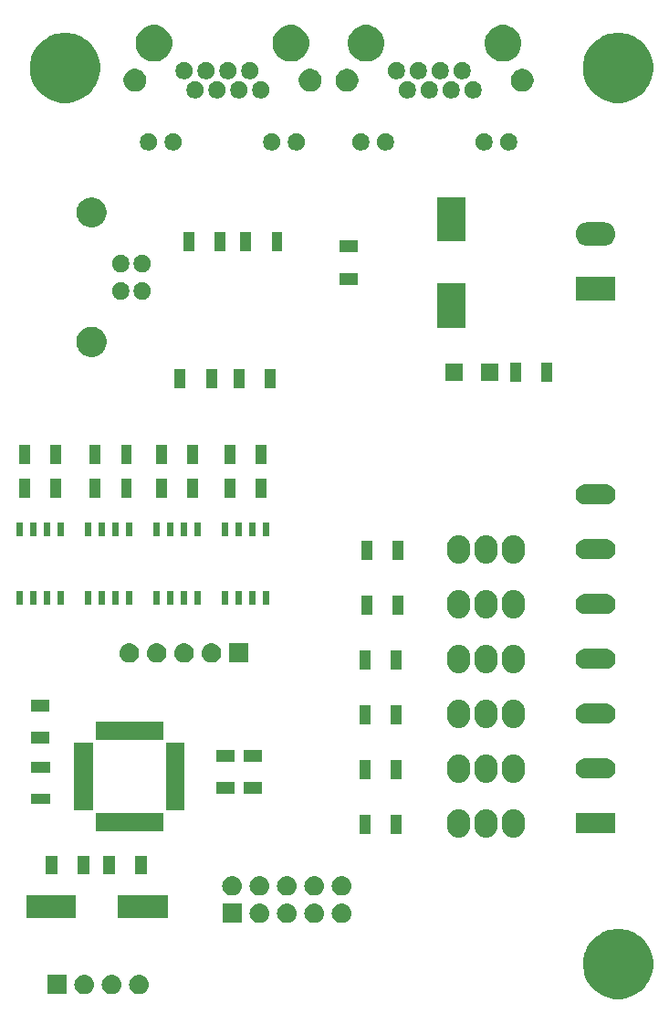
<source format=gbr>
G04 #@! TF.GenerationSoftware,KiCad,Pcbnew,(5.0.2)-1*
G04 #@! TF.CreationDate,2019-01-28T20:15:30+01:00*
G04 #@! TF.ProjectId,plyta_glowna,706c7974-615f-4676-9c6f-776e612e6b69,rev?*
G04 #@! TF.SameCoordinates,Original*
G04 #@! TF.FileFunction,Soldermask,Top*
G04 #@! TF.FilePolarity,Negative*
%FSLAX46Y46*%
G04 Gerber Fmt 4.6, Leading zero omitted, Abs format (unit mm)*
G04 Created by KiCad (PCBNEW (5.0.2)-1) date 2019-01-28 20:15:30*
%MOMM*%
%LPD*%
G01*
G04 APERTURE LIST*
%ADD10C,0.100000*%
G04 APERTURE END LIST*
D10*
G36*
X94868239Y-112635467D02*
X95182282Y-112697934D01*
X95773926Y-112943001D01*
X96063523Y-113136504D01*
X96306395Y-113298786D01*
X96759214Y-113751605D01*
X96759216Y-113751608D01*
X97114999Y-114284074D01*
X97236724Y-114577944D01*
X97360066Y-114875719D01*
X97485000Y-115503803D01*
X97485000Y-116144197D01*
X97422533Y-116458239D01*
X97360066Y-116772282D01*
X97114999Y-117363926D01*
X96871064Y-117729000D01*
X96759214Y-117896395D01*
X96306395Y-118349214D01*
X96306392Y-118349216D01*
X95773926Y-118704999D01*
X95182282Y-118950066D01*
X94868239Y-119012533D01*
X94554197Y-119075000D01*
X93913803Y-119075000D01*
X93599761Y-119012533D01*
X93285718Y-118950066D01*
X92694074Y-118704999D01*
X92161608Y-118349216D01*
X92161605Y-118349214D01*
X91708786Y-117896395D01*
X91596936Y-117729000D01*
X91353001Y-117363926D01*
X91107934Y-116772282D01*
X91045467Y-116458239D01*
X90983000Y-116144197D01*
X90983000Y-115503803D01*
X91107934Y-114875719D01*
X91231276Y-114577944D01*
X91353001Y-114284074D01*
X91708784Y-113751608D01*
X91708786Y-113751605D01*
X92161605Y-113298786D01*
X92404477Y-113136504D01*
X92694074Y-112943001D01*
X93285718Y-112697934D01*
X93599761Y-112635467D01*
X93913803Y-112573000D01*
X94554197Y-112573000D01*
X94868239Y-112635467D01*
X94868239Y-112635467D01*
G37*
G36*
X49894443Y-116834519D02*
X49960627Y-116841037D01*
X50073853Y-116875384D01*
X50130467Y-116892557D01*
X50269087Y-116966652D01*
X50286991Y-116976222D01*
X50322729Y-117005552D01*
X50424186Y-117088814D01*
X50507448Y-117190271D01*
X50536778Y-117226009D01*
X50536779Y-117226011D01*
X50620443Y-117382533D01*
X50637616Y-117439147D01*
X50671963Y-117552373D01*
X50689359Y-117729000D01*
X50671963Y-117905627D01*
X50651812Y-117972056D01*
X50620443Y-118075467D01*
X50546348Y-118214087D01*
X50536778Y-118231991D01*
X50507448Y-118267729D01*
X50424186Y-118369186D01*
X50322729Y-118452448D01*
X50286991Y-118481778D01*
X50286989Y-118481779D01*
X50130467Y-118565443D01*
X50073853Y-118582616D01*
X49960627Y-118616963D01*
X49894442Y-118623482D01*
X49828260Y-118630000D01*
X49739740Y-118630000D01*
X49673558Y-118623482D01*
X49607373Y-118616963D01*
X49494147Y-118582616D01*
X49437533Y-118565443D01*
X49281011Y-118481779D01*
X49281009Y-118481778D01*
X49245271Y-118452448D01*
X49143814Y-118369186D01*
X49060552Y-118267729D01*
X49031222Y-118231991D01*
X49021652Y-118214087D01*
X48947557Y-118075467D01*
X48916188Y-117972056D01*
X48896037Y-117905627D01*
X48878641Y-117729000D01*
X48896037Y-117552373D01*
X48930384Y-117439147D01*
X48947557Y-117382533D01*
X49031221Y-117226011D01*
X49031222Y-117226009D01*
X49060552Y-117190271D01*
X49143814Y-117088814D01*
X49245271Y-117005552D01*
X49281009Y-116976222D01*
X49298913Y-116966652D01*
X49437533Y-116892557D01*
X49494147Y-116875384D01*
X49607373Y-116841037D01*
X49673557Y-116834519D01*
X49739740Y-116828000D01*
X49828260Y-116828000D01*
X49894443Y-116834519D01*
X49894443Y-116834519D01*
G37*
G36*
X43065000Y-118630000D02*
X41263000Y-118630000D01*
X41263000Y-116828000D01*
X43065000Y-116828000D01*
X43065000Y-118630000D01*
X43065000Y-118630000D01*
G37*
G36*
X47354443Y-116834519D02*
X47420627Y-116841037D01*
X47533853Y-116875384D01*
X47590467Y-116892557D01*
X47729087Y-116966652D01*
X47746991Y-116976222D01*
X47782729Y-117005552D01*
X47884186Y-117088814D01*
X47967448Y-117190271D01*
X47996778Y-117226009D01*
X47996779Y-117226011D01*
X48080443Y-117382533D01*
X48097616Y-117439147D01*
X48131963Y-117552373D01*
X48149359Y-117729000D01*
X48131963Y-117905627D01*
X48111812Y-117972056D01*
X48080443Y-118075467D01*
X48006348Y-118214087D01*
X47996778Y-118231991D01*
X47967448Y-118267729D01*
X47884186Y-118369186D01*
X47782729Y-118452448D01*
X47746991Y-118481778D01*
X47746989Y-118481779D01*
X47590467Y-118565443D01*
X47533853Y-118582616D01*
X47420627Y-118616963D01*
X47354442Y-118623482D01*
X47288260Y-118630000D01*
X47199740Y-118630000D01*
X47133558Y-118623482D01*
X47067373Y-118616963D01*
X46954147Y-118582616D01*
X46897533Y-118565443D01*
X46741011Y-118481779D01*
X46741009Y-118481778D01*
X46705271Y-118452448D01*
X46603814Y-118369186D01*
X46520552Y-118267729D01*
X46491222Y-118231991D01*
X46481652Y-118214087D01*
X46407557Y-118075467D01*
X46376188Y-117972056D01*
X46356037Y-117905627D01*
X46338641Y-117729000D01*
X46356037Y-117552373D01*
X46390384Y-117439147D01*
X46407557Y-117382533D01*
X46491221Y-117226011D01*
X46491222Y-117226009D01*
X46520552Y-117190271D01*
X46603814Y-117088814D01*
X46705271Y-117005552D01*
X46741009Y-116976222D01*
X46758913Y-116966652D01*
X46897533Y-116892557D01*
X46954147Y-116875384D01*
X47067373Y-116841037D01*
X47133557Y-116834519D01*
X47199740Y-116828000D01*
X47288260Y-116828000D01*
X47354443Y-116834519D01*
X47354443Y-116834519D01*
G37*
G36*
X44814443Y-116834519D02*
X44880627Y-116841037D01*
X44993853Y-116875384D01*
X45050467Y-116892557D01*
X45189087Y-116966652D01*
X45206991Y-116976222D01*
X45242729Y-117005552D01*
X45344186Y-117088814D01*
X45427448Y-117190271D01*
X45456778Y-117226009D01*
X45456779Y-117226011D01*
X45540443Y-117382533D01*
X45557616Y-117439147D01*
X45591963Y-117552373D01*
X45609359Y-117729000D01*
X45591963Y-117905627D01*
X45571812Y-117972056D01*
X45540443Y-118075467D01*
X45466348Y-118214087D01*
X45456778Y-118231991D01*
X45427448Y-118267729D01*
X45344186Y-118369186D01*
X45242729Y-118452448D01*
X45206991Y-118481778D01*
X45206989Y-118481779D01*
X45050467Y-118565443D01*
X44993853Y-118582616D01*
X44880627Y-118616963D01*
X44814442Y-118623482D01*
X44748260Y-118630000D01*
X44659740Y-118630000D01*
X44593558Y-118623482D01*
X44527373Y-118616963D01*
X44414147Y-118582616D01*
X44357533Y-118565443D01*
X44201011Y-118481779D01*
X44201009Y-118481778D01*
X44165271Y-118452448D01*
X44063814Y-118369186D01*
X43980552Y-118267729D01*
X43951222Y-118231991D01*
X43941652Y-118214087D01*
X43867557Y-118075467D01*
X43836188Y-117972056D01*
X43816037Y-117905627D01*
X43798641Y-117729000D01*
X43816037Y-117552373D01*
X43850384Y-117439147D01*
X43867557Y-117382533D01*
X43951221Y-117226011D01*
X43951222Y-117226009D01*
X43980552Y-117190271D01*
X44063814Y-117088814D01*
X44165271Y-117005552D01*
X44201009Y-116976222D01*
X44218913Y-116966652D01*
X44357533Y-116892557D01*
X44414147Y-116875384D01*
X44527373Y-116841037D01*
X44593557Y-116834519D01*
X44659740Y-116828000D01*
X44748260Y-116828000D01*
X44814443Y-116834519D01*
X44814443Y-116834519D01*
G37*
G36*
X68690443Y-110230519D02*
X68756627Y-110237037D01*
X68869853Y-110271384D01*
X68926467Y-110288557D01*
X69065087Y-110362652D01*
X69082991Y-110372222D01*
X69118729Y-110401552D01*
X69220186Y-110484814D01*
X69303448Y-110586271D01*
X69332778Y-110622009D01*
X69332779Y-110622011D01*
X69416443Y-110778533D01*
X69416443Y-110778534D01*
X69467963Y-110948373D01*
X69485359Y-111125000D01*
X69467963Y-111301627D01*
X69433616Y-111414853D01*
X69416443Y-111471467D01*
X69379276Y-111541000D01*
X69332778Y-111627991D01*
X69303448Y-111663729D01*
X69220186Y-111765186D01*
X69118729Y-111848448D01*
X69082991Y-111877778D01*
X69082989Y-111877779D01*
X68926467Y-111961443D01*
X68869853Y-111978616D01*
X68756627Y-112012963D01*
X68690442Y-112019482D01*
X68624260Y-112026000D01*
X68535740Y-112026000D01*
X68469558Y-112019482D01*
X68403373Y-112012963D01*
X68290147Y-111978616D01*
X68233533Y-111961443D01*
X68077011Y-111877779D01*
X68077009Y-111877778D01*
X68041271Y-111848448D01*
X67939814Y-111765186D01*
X67856552Y-111663729D01*
X67827222Y-111627991D01*
X67780724Y-111541000D01*
X67743557Y-111471467D01*
X67726384Y-111414853D01*
X67692037Y-111301627D01*
X67674641Y-111125000D01*
X67692037Y-110948373D01*
X67743557Y-110778534D01*
X67743557Y-110778533D01*
X67827221Y-110622011D01*
X67827222Y-110622009D01*
X67856552Y-110586271D01*
X67939814Y-110484814D01*
X68041271Y-110401552D01*
X68077009Y-110372222D01*
X68094913Y-110362652D01*
X68233533Y-110288557D01*
X68290147Y-110271384D01*
X68403373Y-110237037D01*
X68469557Y-110230519D01*
X68535740Y-110224000D01*
X68624260Y-110224000D01*
X68690443Y-110230519D01*
X68690443Y-110230519D01*
G37*
G36*
X66150443Y-110230519D02*
X66216627Y-110237037D01*
X66329853Y-110271384D01*
X66386467Y-110288557D01*
X66525087Y-110362652D01*
X66542991Y-110372222D01*
X66578729Y-110401552D01*
X66680186Y-110484814D01*
X66763448Y-110586271D01*
X66792778Y-110622009D01*
X66792779Y-110622011D01*
X66876443Y-110778533D01*
X66876443Y-110778534D01*
X66927963Y-110948373D01*
X66945359Y-111125000D01*
X66927963Y-111301627D01*
X66893616Y-111414853D01*
X66876443Y-111471467D01*
X66839276Y-111541000D01*
X66792778Y-111627991D01*
X66763448Y-111663729D01*
X66680186Y-111765186D01*
X66578729Y-111848448D01*
X66542991Y-111877778D01*
X66542989Y-111877779D01*
X66386467Y-111961443D01*
X66329853Y-111978616D01*
X66216627Y-112012963D01*
X66150442Y-112019482D01*
X66084260Y-112026000D01*
X65995740Y-112026000D01*
X65929558Y-112019482D01*
X65863373Y-112012963D01*
X65750147Y-111978616D01*
X65693533Y-111961443D01*
X65537011Y-111877779D01*
X65537009Y-111877778D01*
X65501271Y-111848448D01*
X65399814Y-111765186D01*
X65316552Y-111663729D01*
X65287222Y-111627991D01*
X65240724Y-111541000D01*
X65203557Y-111471467D01*
X65186384Y-111414853D01*
X65152037Y-111301627D01*
X65134641Y-111125000D01*
X65152037Y-110948373D01*
X65203557Y-110778534D01*
X65203557Y-110778533D01*
X65287221Y-110622011D01*
X65287222Y-110622009D01*
X65316552Y-110586271D01*
X65399814Y-110484814D01*
X65501271Y-110401552D01*
X65537009Y-110372222D01*
X65554913Y-110362652D01*
X65693533Y-110288557D01*
X65750147Y-110271384D01*
X65863373Y-110237037D01*
X65929557Y-110230519D01*
X65995740Y-110224000D01*
X66084260Y-110224000D01*
X66150443Y-110230519D01*
X66150443Y-110230519D01*
G37*
G36*
X63610443Y-110230519D02*
X63676627Y-110237037D01*
X63789853Y-110271384D01*
X63846467Y-110288557D01*
X63985087Y-110362652D01*
X64002991Y-110372222D01*
X64038729Y-110401552D01*
X64140186Y-110484814D01*
X64223448Y-110586271D01*
X64252778Y-110622009D01*
X64252779Y-110622011D01*
X64336443Y-110778533D01*
X64336443Y-110778534D01*
X64387963Y-110948373D01*
X64405359Y-111125000D01*
X64387963Y-111301627D01*
X64353616Y-111414853D01*
X64336443Y-111471467D01*
X64299276Y-111541000D01*
X64252778Y-111627991D01*
X64223448Y-111663729D01*
X64140186Y-111765186D01*
X64038729Y-111848448D01*
X64002991Y-111877778D01*
X64002989Y-111877779D01*
X63846467Y-111961443D01*
X63789853Y-111978616D01*
X63676627Y-112012963D01*
X63610442Y-112019482D01*
X63544260Y-112026000D01*
X63455740Y-112026000D01*
X63389558Y-112019482D01*
X63323373Y-112012963D01*
X63210147Y-111978616D01*
X63153533Y-111961443D01*
X62997011Y-111877779D01*
X62997009Y-111877778D01*
X62961271Y-111848448D01*
X62859814Y-111765186D01*
X62776552Y-111663729D01*
X62747222Y-111627991D01*
X62700724Y-111541000D01*
X62663557Y-111471467D01*
X62646384Y-111414853D01*
X62612037Y-111301627D01*
X62594641Y-111125000D01*
X62612037Y-110948373D01*
X62663557Y-110778534D01*
X62663557Y-110778533D01*
X62747221Y-110622011D01*
X62747222Y-110622009D01*
X62776552Y-110586271D01*
X62859814Y-110484814D01*
X62961271Y-110401552D01*
X62997009Y-110372222D01*
X63014913Y-110362652D01*
X63153533Y-110288557D01*
X63210147Y-110271384D01*
X63323373Y-110237037D01*
X63389557Y-110230519D01*
X63455740Y-110224000D01*
X63544260Y-110224000D01*
X63610443Y-110230519D01*
X63610443Y-110230519D01*
G37*
G36*
X61070443Y-110230519D02*
X61136627Y-110237037D01*
X61249853Y-110271384D01*
X61306467Y-110288557D01*
X61445087Y-110362652D01*
X61462991Y-110372222D01*
X61498729Y-110401552D01*
X61600186Y-110484814D01*
X61683448Y-110586271D01*
X61712778Y-110622009D01*
X61712779Y-110622011D01*
X61796443Y-110778533D01*
X61796443Y-110778534D01*
X61847963Y-110948373D01*
X61865359Y-111125000D01*
X61847963Y-111301627D01*
X61813616Y-111414853D01*
X61796443Y-111471467D01*
X61759276Y-111541000D01*
X61712778Y-111627991D01*
X61683448Y-111663729D01*
X61600186Y-111765186D01*
X61498729Y-111848448D01*
X61462991Y-111877778D01*
X61462989Y-111877779D01*
X61306467Y-111961443D01*
X61249853Y-111978616D01*
X61136627Y-112012963D01*
X61070442Y-112019482D01*
X61004260Y-112026000D01*
X60915740Y-112026000D01*
X60849558Y-112019482D01*
X60783373Y-112012963D01*
X60670147Y-111978616D01*
X60613533Y-111961443D01*
X60457011Y-111877779D01*
X60457009Y-111877778D01*
X60421271Y-111848448D01*
X60319814Y-111765186D01*
X60236552Y-111663729D01*
X60207222Y-111627991D01*
X60160724Y-111541000D01*
X60123557Y-111471467D01*
X60106384Y-111414853D01*
X60072037Y-111301627D01*
X60054641Y-111125000D01*
X60072037Y-110948373D01*
X60123557Y-110778534D01*
X60123557Y-110778533D01*
X60207221Y-110622011D01*
X60207222Y-110622009D01*
X60236552Y-110586271D01*
X60319814Y-110484814D01*
X60421271Y-110401552D01*
X60457009Y-110372222D01*
X60474913Y-110362652D01*
X60613533Y-110288557D01*
X60670147Y-110271384D01*
X60783373Y-110237037D01*
X60849557Y-110230519D01*
X60915740Y-110224000D01*
X61004260Y-110224000D01*
X61070443Y-110230519D01*
X61070443Y-110230519D01*
G37*
G36*
X59321000Y-112026000D02*
X57519000Y-112026000D01*
X57519000Y-110224000D01*
X59321000Y-110224000D01*
X59321000Y-112026000D01*
X59321000Y-112026000D01*
G37*
G36*
X43966000Y-111541000D02*
X39364000Y-111541000D01*
X39364000Y-109439000D01*
X43966000Y-109439000D01*
X43966000Y-111541000D01*
X43966000Y-111541000D01*
G37*
G36*
X52466000Y-111541000D02*
X47864000Y-111541000D01*
X47864000Y-109439000D01*
X52466000Y-109439000D01*
X52466000Y-111541000D01*
X52466000Y-111541000D01*
G37*
G36*
X58530443Y-107690519D02*
X58596627Y-107697037D01*
X58709853Y-107731384D01*
X58766467Y-107748557D01*
X58905087Y-107822652D01*
X58922991Y-107832222D01*
X58958729Y-107861552D01*
X59060186Y-107944814D01*
X59143448Y-108046271D01*
X59172778Y-108082009D01*
X59172779Y-108082011D01*
X59256443Y-108238533D01*
X59256443Y-108238534D01*
X59307963Y-108408373D01*
X59325359Y-108585000D01*
X59307963Y-108761627D01*
X59273616Y-108874853D01*
X59256443Y-108931467D01*
X59182348Y-109070087D01*
X59172778Y-109087991D01*
X59143448Y-109123729D01*
X59060186Y-109225186D01*
X58958729Y-109308448D01*
X58922991Y-109337778D01*
X58922989Y-109337779D01*
X58766467Y-109421443D01*
X58709853Y-109438616D01*
X58596627Y-109472963D01*
X58530442Y-109479482D01*
X58464260Y-109486000D01*
X58375740Y-109486000D01*
X58309558Y-109479482D01*
X58243373Y-109472963D01*
X58130147Y-109438616D01*
X58073533Y-109421443D01*
X57917011Y-109337779D01*
X57917009Y-109337778D01*
X57881271Y-109308448D01*
X57779814Y-109225186D01*
X57696552Y-109123729D01*
X57667222Y-109087991D01*
X57657652Y-109070087D01*
X57583557Y-108931467D01*
X57566384Y-108874853D01*
X57532037Y-108761627D01*
X57514641Y-108585000D01*
X57532037Y-108408373D01*
X57583557Y-108238534D01*
X57583557Y-108238533D01*
X57667221Y-108082011D01*
X57667222Y-108082009D01*
X57696552Y-108046271D01*
X57779814Y-107944814D01*
X57881271Y-107861552D01*
X57917009Y-107832222D01*
X57934913Y-107822652D01*
X58073533Y-107748557D01*
X58130147Y-107731384D01*
X58243373Y-107697037D01*
X58309557Y-107690519D01*
X58375740Y-107684000D01*
X58464260Y-107684000D01*
X58530443Y-107690519D01*
X58530443Y-107690519D01*
G37*
G36*
X61070443Y-107690519D02*
X61136627Y-107697037D01*
X61249853Y-107731384D01*
X61306467Y-107748557D01*
X61445087Y-107822652D01*
X61462991Y-107832222D01*
X61498729Y-107861552D01*
X61600186Y-107944814D01*
X61683448Y-108046271D01*
X61712778Y-108082009D01*
X61712779Y-108082011D01*
X61796443Y-108238533D01*
X61796443Y-108238534D01*
X61847963Y-108408373D01*
X61865359Y-108585000D01*
X61847963Y-108761627D01*
X61813616Y-108874853D01*
X61796443Y-108931467D01*
X61722348Y-109070087D01*
X61712778Y-109087991D01*
X61683448Y-109123729D01*
X61600186Y-109225186D01*
X61498729Y-109308448D01*
X61462991Y-109337778D01*
X61462989Y-109337779D01*
X61306467Y-109421443D01*
X61249853Y-109438616D01*
X61136627Y-109472963D01*
X61070442Y-109479482D01*
X61004260Y-109486000D01*
X60915740Y-109486000D01*
X60849558Y-109479482D01*
X60783373Y-109472963D01*
X60670147Y-109438616D01*
X60613533Y-109421443D01*
X60457011Y-109337779D01*
X60457009Y-109337778D01*
X60421271Y-109308448D01*
X60319814Y-109225186D01*
X60236552Y-109123729D01*
X60207222Y-109087991D01*
X60197652Y-109070087D01*
X60123557Y-108931467D01*
X60106384Y-108874853D01*
X60072037Y-108761627D01*
X60054641Y-108585000D01*
X60072037Y-108408373D01*
X60123557Y-108238534D01*
X60123557Y-108238533D01*
X60207221Y-108082011D01*
X60207222Y-108082009D01*
X60236552Y-108046271D01*
X60319814Y-107944814D01*
X60421271Y-107861552D01*
X60457009Y-107832222D01*
X60474913Y-107822652D01*
X60613533Y-107748557D01*
X60670147Y-107731384D01*
X60783373Y-107697037D01*
X60849557Y-107690519D01*
X60915740Y-107684000D01*
X61004260Y-107684000D01*
X61070443Y-107690519D01*
X61070443Y-107690519D01*
G37*
G36*
X68690443Y-107690519D02*
X68756627Y-107697037D01*
X68869853Y-107731384D01*
X68926467Y-107748557D01*
X69065087Y-107822652D01*
X69082991Y-107832222D01*
X69118729Y-107861552D01*
X69220186Y-107944814D01*
X69303448Y-108046271D01*
X69332778Y-108082009D01*
X69332779Y-108082011D01*
X69416443Y-108238533D01*
X69416443Y-108238534D01*
X69467963Y-108408373D01*
X69485359Y-108585000D01*
X69467963Y-108761627D01*
X69433616Y-108874853D01*
X69416443Y-108931467D01*
X69342348Y-109070087D01*
X69332778Y-109087991D01*
X69303448Y-109123729D01*
X69220186Y-109225186D01*
X69118729Y-109308448D01*
X69082991Y-109337778D01*
X69082989Y-109337779D01*
X68926467Y-109421443D01*
X68869853Y-109438616D01*
X68756627Y-109472963D01*
X68690442Y-109479482D01*
X68624260Y-109486000D01*
X68535740Y-109486000D01*
X68469558Y-109479482D01*
X68403373Y-109472963D01*
X68290147Y-109438616D01*
X68233533Y-109421443D01*
X68077011Y-109337779D01*
X68077009Y-109337778D01*
X68041271Y-109308448D01*
X67939814Y-109225186D01*
X67856552Y-109123729D01*
X67827222Y-109087991D01*
X67817652Y-109070087D01*
X67743557Y-108931467D01*
X67726384Y-108874853D01*
X67692037Y-108761627D01*
X67674641Y-108585000D01*
X67692037Y-108408373D01*
X67743557Y-108238534D01*
X67743557Y-108238533D01*
X67827221Y-108082011D01*
X67827222Y-108082009D01*
X67856552Y-108046271D01*
X67939814Y-107944814D01*
X68041271Y-107861552D01*
X68077009Y-107832222D01*
X68094913Y-107822652D01*
X68233533Y-107748557D01*
X68290147Y-107731384D01*
X68403373Y-107697037D01*
X68469557Y-107690519D01*
X68535740Y-107684000D01*
X68624260Y-107684000D01*
X68690443Y-107690519D01*
X68690443Y-107690519D01*
G37*
G36*
X63610443Y-107690519D02*
X63676627Y-107697037D01*
X63789853Y-107731384D01*
X63846467Y-107748557D01*
X63985087Y-107822652D01*
X64002991Y-107832222D01*
X64038729Y-107861552D01*
X64140186Y-107944814D01*
X64223448Y-108046271D01*
X64252778Y-108082009D01*
X64252779Y-108082011D01*
X64336443Y-108238533D01*
X64336443Y-108238534D01*
X64387963Y-108408373D01*
X64405359Y-108585000D01*
X64387963Y-108761627D01*
X64353616Y-108874853D01*
X64336443Y-108931467D01*
X64262348Y-109070087D01*
X64252778Y-109087991D01*
X64223448Y-109123729D01*
X64140186Y-109225186D01*
X64038729Y-109308448D01*
X64002991Y-109337778D01*
X64002989Y-109337779D01*
X63846467Y-109421443D01*
X63789853Y-109438616D01*
X63676627Y-109472963D01*
X63610442Y-109479482D01*
X63544260Y-109486000D01*
X63455740Y-109486000D01*
X63389558Y-109479482D01*
X63323373Y-109472963D01*
X63210147Y-109438616D01*
X63153533Y-109421443D01*
X62997011Y-109337779D01*
X62997009Y-109337778D01*
X62961271Y-109308448D01*
X62859814Y-109225186D01*
X62776552Y-109123729D01*
X62747222Y-109087991D01*
X62737652Y-109070087D01*
X62663557Y-108931467D01*
X62646384Y-108874853D01*
X62612037Y-108761627D01*
X62594641Y-108585000D01*
X62612037Y-108408373D01*
X62663557Y-108238534D01*
X62663557Y-108238533D01*
X62747221Y-108082011D01*
X62747222Y-108082009D01*
X62776552Y-108046271D01*
X62859814Y-107944814D01*
X62961271Y-107861552D01*
X62997009Y-107832222D01*
X63014913Y-107822652D01*
X63153533Y-107748557D01*
X63210147Y-107731384D01*
X63323373Y-107697037D01*
X63389557Y-107690519D01*
X63455740Y-107684000D01*
X63544260Y-107684000D01*
X63610443Y-107690519D01*
X63610443Y-107690519D01*
G37*
G36*
X66150443Y-107690519D02*
X66216627Y-107697037D01*
X66329853Y-107731384D01*
X66386467Y-107748557D01*
X66525087Y-107822652D01*
X66542991Y-107832222D01*
X66578729Y-107861552D01*
X66680186Y-107944814D01*
X66763448Y-108046271D01*
X66792778Y-108082009D01*
X66792779Y-108082011D01*
X66876443Y-108238533D01*
X66876443Y-108238534D01*
X66927963Y-108408373D01*
X66945359Y-108585000D01*
X66927963Y-108761627D01*
X66893616Y-108874853D01*
X66876443Y-108931467D01*
X66802348Y-109070087D01*
X66792778Y-109087991D01*
X66763448Y-109123729D01*
X66680186Y-109225186D01*
X66578729Y-109308448D01*
X66542991Y-109337778D01*
X66542989Y-109337779D01*
X66386467Y-109421443D01*
X66329853Y-109438616D01*
X66216627Y-109472963D01*
X66150442Y-109479482D01*
X66084260Y-109486000D01*
X65995740Y-109486000D01*
X65929558Y-109479482D01*
X65863373Y-109472963D01*
X65750147Y-109438616D01*
X65693533Y-109421443D01*
X65537011Y-109337779D01*
X65537009Y-109337778D01*
X65501271Y-109308448D01*
X65399814Y-109225186D01*
X65316552Y-109123729D01*
X65287222Y-109087991D01*
X65277652Y-109070087D01*
X65203557Y-108931467D01*
X65186384Y-108874853D01*
X65152037Y-108761627D01*
X65134641Y-108585000D01*
X65152037Y-108408373D01*
X65203557Y-108238534D01*
X65203557Y-108238533D01*
X65287221Y-108082011D01*
X65287222Y-108082009D01*
X65316552Y-108046271D01*
X65399814Y-107944814D01*
X65501271Y-107861552D01*
X65537009Y-107832222D01*
X65554913Y-107822652D01*
X65693533Y-107748557D01*
X65750147Y-107731384D01*
X65863373Y-107697037D01*
X65929557Y-107690519D01*
X65995740Y-107684000D01*
X66084260Y-107684000D01*
X66150443Y-107690519D01*
X66150443Y-107690519D01*
G37*
G36*
X45231000Y-107531000D02*
X44129000Y-107531000D01*
X44129000Y-105829000D01*
X45231000Y-105829000D01*
X45231000Y-107531000D01*
X45231000Y-107531000D01*
G37*
G36*
X42231000Y-107531000D02*
X41129000Y-107531000D01*
X41129000Y-105829000D01*
X42231000Y-105829000D01*
X42231000Y-107531000D01*
X42231000Y-107531000D01*
G37*
G36*
X50541000Y-107531000D02*
X49439000Y-107531000D01*
X49439000Y-105829000D01*
X50541000Y-105829000D01*
X50541000Y-107531000D01*
X50541000Y-107531000D01*
G37*
G36*
X47541000Y-107531000D02*
X46439000Y-107531000D01*
X46439000Y-105829000D01*
X47541000Y-105829000D01*
X47541000Y-107531000D01*
X47541000Y-107531000D01*
G37*
G36*
X82194488Y-101470679D02*
X82395619Y-101531691D01*
X82428219Y-101549116D01*
X82580982Y-101630769D01*
X82743453Y-101764107D01*
X82876791Y-101926578D01*
X82958443Y-102079341D01*
X82975869Y-102111942D01*
X83036881Y-102313073D01*
X83052320Y-102469830D01*
X83052320Y-103082651D01*
X83036881Y-103239408D01*
X82975869Y-103440539D01*
X82975866Y-103440544D01*
X82876791Y-103625902D01*
X82743453Y-103788373D01*
X82580981Y-103921711D01*
X82441345Y-103996348D01*
X82395618Y-104020789D01*
X82194487Y-104081801D01*
X81985320Y-104102402D01*
X81776152Y-104081801D01*
X81575021Y-104020789D01*
X81542421Y-104003364D01*
X81389658Y-103921711D01*
X81227187Y-103788373D01*
X81093849Y-103625901D01*
X81019212Y-103486265D01*
X80994771Y-103440538D01*
X80933759Y-103239407D01*
X80918320Y-103082650D01*
X80918320Y-102469829D01*
X80933759Y-102313072D01*
X80994771Y-102111941D01*
X81040892Y-102025657D01*
X81093851Y-101926577D01*
X81227188Y-101764107D01*
X81389659Y-101630769D01*
X81542422Y-101549116D01*
X81575022Y-101531691D01*
X81776153Y-101470679D01*
X81985320Y-101450078D01*
X82194488Y-101470679D01*
X82194488Y-101470679D01*
G37*
G36*
X79654488Y-101470679D02*
X79855619Y-101531691D01*
X79888219Y-101549116D01*
X80040982Y-101630769D01*
X80203453Y-101764107D01*
X80336791Y-101926578D01*
X80418443Y-102079341D01*
X80435869Y-102111942D01*
X80496881Y-102313073D01*
X80512320Y-102469830D01*
X80512320Y-103082651D01*
X80496881Y-103239408D01*
X80435869Y-103440539D01*
X80435866Y-103440544D01*
X80336791Y-103625902D01*
X80203453Y-103788373D01*
X80040981Y-103921711D01*
X79901345Y-103996348D01*
X79855618Y-104020789D01*
X79654487Y-104081801D01*
X79445320Y-104102402D01*
X79236152Y-104081801D01*
X79035021Y-104020789D01*
X79002421Y-104003364D01*
X78849658Y-103921711D01*
X78687187Y-103788373D01*
X78553849Y-103625901D01*
X78479212Y-103486265D01*
X78454771Y-103440538D01*
X78393759Y-103239407D01*
X78378320Y-103082650D01*
X78378320Y-102469829D01*
X78393759Y-102313072D01*
X78454771Y-102111941D01*
X78500892Y-102025657D01*
X78553851Y-101926577D01*
X78687188Y-101764107D01*
X78849659Y-101630769D01*
X79002422Y-101549116D01*
X79035022Y-101531691D01*
X79236153Y-101470679D01*
X79445320Y-101450078D01*
X79654488Y-101470679D01*
X79654488Y-101470679D01*
G37*
G36*
X84734488Y-101470679D02*
X84935619Y-101531691D01*
X84968219Y-101549116D01*
X85120982Y-101630769D01*
X85283453Y-101764107D01*
X85416791Y-101926578D01*
X85498443Y-102079341D01*
X85515869Y-102111942D01*
X85576881Y-102313073D01*
X85592320Y-102469830D01*
X85592320Y-103082651D01*
X85576881Y-103239408D01*
X85515869Y-103440539D01*
X85515866Y-103440544D01*
X85416791Y-103625902D01*
X85283453Y-103788373D01*
X85120981Y-103921711D01*
X84981345Y-103996348D01*
X84935618Y-104020789D01*
X84734487Y-104081801D01*
X84525320Y-104102402D01*
X84316152Y-104081801D01*
X84115021Y-104020789D01*
X84082421Y-104003364D01*
X83929658Y-103921711D01*
X83767187Y-103788373D01*
X83633849Y-103625901D01*
X83559212Y-103486265D01*
X83534771Y-103440538D01*
X83473759Y-103239407D01*
X83458320Y-103082650D01*
X83458320Y-102469829D01*
X83473759Y-102313072D01*
X83534771Y-102111941D01*
X83580892Y-102025657D01*
X83633851Y-101926577D01*
X83767188Y-101764107D01*
X83929659Y-101630769D01*
X84082422Y-101549116D01*
X84115022Y-101531691D01*
X84316153Y-101470679D01*
X84525320Y-101450078D01*
X84734488Y-101470679D01*
X84734488Y-101470679D01*
G37*
G36*
X74161000Y-103771000D02*
X73159000Y-103771000D01*
X73159000Y-101969000D01*
X74161000Y-101969000D01*
X74161000Y-103771000D01*
X74161000Y-103771000D01*
G37*
G36*
X71261000Y-103771000D02*
X70259000Y-103771000D01*
X70259000Y-101969000D01*
X71261000Y-101969000D01*
X71261000Y-103771000D01*
X71261000Y-103771000D01*
G37*
G36*
X93996320Y-103727240D02*
X90294320Y-103727240D01*
X90294320Y-101825240D01*
X93996320Y-101825240D01*
X93996320Y-103727240D01*
X93996320Y-103727240D01*
G37*
G36*
X52021000Y-103526000D02*
X45769000Y-103526000D01*
X45769000Y-101824000D01*
X52021000Y-101824000D01*
X52021000Y-103526000D01*
X52021000Y-103526000D01*
G37*
G36*
X53996000Y-101551000D02*
X52294000Y-101551000D01*
X52294000Y-95299000D01*
X53996000Y-95299000D01*
X53996000Y-101551000D01*
X53996000Y-101551000D01*
G37*
G36*
X45496000Y-101551000D02*
X43794000Y-101551000D01*
X43794000Y-95299000D01*
X45496000Y-95299000D01*
X45496000Y-101551000D01*
X45496000Y-101551000D01*
G37*
G36*
X41541000Y-101011000D02*
X39739000Y-101011000D01*
X39739000Y-100009000D01*
X41541000Y-100009000D01*
X41541000Y-101011000D01*
X41541000Y-101011000D01*
G37*
G36*
X61176000Y-100071000D02*
X59474000Y-100071000D01*
X59474000Y-98969000D01*
X61176000Y-98969000D01*
X61176000Y-100071000D01*
X61176000Y-100071000D01*
G37*
G36*
X58636000Y-100071000D02*
X56934000Y-100071000D01*
X56934000Y-98969000D01*
X58636000Y-98969000D01*
X58636000Y-100071000D01*
X58636000Y-100071000D01*
G37*
G36*
X82194488Y-96390679D02*
X82395619Y-96451691D01*
X82428219Y-96469116D01*
X82580982Y-96550769D01*
X82743453Y-96684107D01*
X82876791Y-96846578D01*
X82958443Y-96999341D01*
X82975869Y-97031942D01*
X83036881Y-97233073D01*
X83052320Y-97389830D01*
X83052320Y-98002651D01*
X83036881Y-98159408D01*
X82975869Y-98360539D01*
X82958444Y-98393139D01*
X82876791Y-98545902D01*
X82743453Y-98708373D01*
X82580981Y-98841711D01*
X82441345Y-98916348D01*
X82395618Y-98940789D01*
X82194487Y-99001801D01*
X81985320Y-99022402D01*
X81776152Y-99001801D01*
X81575021Y-98940789D01*
X81542421Y-98923364D01*
X81389658Y-98841711D01*
X81227187Y-98708373D01*
X81093849Y-98545901D01*
X81000872Y-98371952D01*
X80994771Y-98360538D01*
X80933759Y-98159407D01*
X80918320Y-98002650D01*
X80918320Y-97389829D01*
X80933759Y-97233072D01*
X80994771Y-97031941D01*
X81064394Y-96901688D01*
X81093851Y-96846577D01*
X81227188Y-96684107D01*
X81389659Y-96550769D01*
X81542422Y-96469116D01*
X81575022Y-96451691D01*
X81776153Y-96390679D01*
X81985320Y-96370078D01*
X82194488Y-96390679D01*
X82194488Y-96390679D01*
G37*
G36*
X79654488Y-96390679D02*
X79855619Y-96451691D01*
X79888219Y-96469116D01*
X80040982Y-96550769D01*
X80203453Y-96684107D01*
X80336791Y-96846578D01*
X80418443Y-96999341D01*
X80435869Y-97031942D01*
X80496881Y-97233073D01*
X80512320Y-97389830D01*
X80512320Y-98002651D01*
X80496881Y-98159408D01*
X80435869Y-98360539D01*
X80418444Y-98393139D01*
X80336791Y-98545902D01*
X80203453Y-98708373D01*
X80040981Y-98841711D01*
X79901345Y-98916348D01*
X79855618Y-98940789D01*
X79654487Y-99001801D01*
X79445320Y-99022402D01*
X79236152Y-99001801D01*
X79035021Y-98940789D01*
X79002421Y-98923364D01*
X78849658Y-98841711D01*
X78687187Y-98708373D01*
X78553849Y-98545901D01*
X78460872Y-98371952D01*
X78454771Y-98360538D01*
X78393759Y-98159407D01*
X78378320Y-98002650D01*
X78378320Y-97389829D01*
X78393759Y-97233072D01*
X78454771Y-97031941D01*
X78524394Y-96901688D01*
X78553851Y-96846577D01*
X78687188Y-96684107D01*
X78849659Y-96550769D01*
X79002422Y-96469116D01*
X79035022Y-96451691D01*
X79236153Y-96390679D01*
X79445320Y-96370078D01*
X79654488Y-96390679D01*
X79654488Y-96390679D01*
G37*
G36*
X84734488Y-96390679D02*
X84935619Y-96451691D01*
X84968219Y-96469116D01*
X85120982Y-96550769D01*
X85283453Y-96684107D01*
X85416791Y-96846578D01*
X85498443Y-96999341D01*
X85515869Y-97031942D01*
X85576881Y-97233073D01*
X85592320Y-97389830D01*
X85592320Y-98002651D01*
X85576881Y-98159408D01*
X85515869Y-98360539D01*
X85498444Y-98393139D01*
X85416791Y-98545902D01*
X85283453Y-98708373D01*
X85120981Y-98841711D01*
X84981345Y-98916348D01*
X84935618Y-98940789D01*
X84734487Y-99001801D01*
X84525320Y-99022402D01*
X84316152Y-99001801D01*
X84115021Y-98940789D01*
X84082421Y-98923364D01*
X83929658Y-98841711D01*
X83767187Y-98708373D01*
X83633849Y-98545901D01*
X83540872Y-98371952D01*
X83534771Y-98360538D01*
X83473759Y-98159407D01*
X83458320Y-98002650D01*
X83458320Y-97389829D01*
X83473759Y-97233072D01*
X83534771Y-97031941D01*
X83604394Y-96901688D01*
X83633851Y-96846577D01*
X83767188Y-96684107D01*
X83929659Y-96550769D01*
X84082422Y-96469116D01*
X84115022Y-96451691D01*
X84316153Y-96390679D01*
X84525320Y-96370078D01*
X84734488Y-96390679D01*
X84734488Y-96390679D01*
G37*
G36*
X74161000Y-98691000D02*
X73159000Y-98691000D01*
X73159000Y-96889000D01*
X74161000Y-96889000D01*
X74161000Y-98691000D01*
X74161000Y-98691000D01*
G37*
G36*
X71261000Y-98691000D02*
X70259000Y-98691000D01*
X70259000Y-96889000D01*
X71261000Y-96889000D01*
X71261000Y-98691000D01*
X71261000Y-98691000D01*
G37*
G36*
X93231745Y-96759000D02*
X93231748Y-96759001D01*
X93231749Y-96759001D01*
X93411013Y-96813380D01*
X93411015Y-96813381D01*
X93576225Y-96901688D01*
X93721032Y-97020528D01*
X93839872Y-97165335D01*
X93839873Y-97165337D01*
X93928180Y-97330547D01*
X93946163Y-97389829D01*
X93982560Y-97509815D01*
X94000921Y-97696240D01*
X93982560Y-97882665D01*
X93982559Y-97882668D01*
X93982559Y-97882669D01*
X93946163Y-98002652D01*
X93928179Y-98061935D01*
X93839872Y-98227145D01*
X93721032Y-98371952D01*
X93576225Y-98490792D01*
X93576223Y-98490793D01*
X93411013Y-98579100D01*
X93231749Y-98633479D01*
X93231748Y-98633479D01*
X93231745Y-98633480D01*
X93092038Y-98647240D01*
X91198602Y-98647240D01*
X91058895Y-98633480D01*
X91058892Y-98633479D01*
X91058891Y-98633479D01*
X90879627Y-98579100D01*
X90714417Y-98490793D01*
X90714415Y-98490792D01*
X90569608Y-98371952D01*
X90450768Y-98227145D01*
X90362461Y-98061935D01*
X90344478Y-98002652D01*
X90308081Y-97882669D01*
X90308081Y-97882668D01*
X90308080Y-97882665D01*
X90289719Y-97696240D01*
X90308080Y-97509815D01*
X90344477Y-97389829D01*
X90362460Y-97330547D01*
X90450767Y-97165337D01*
X90450768Y-97165335D01*
X90569608Y-97020528D01*
X90714415Y-96901688D01*
X90879625Y-96813381D01*
X90879627Y-96813380D01*
X91058891Y-96759001D01*
X91058892Y-96759001D01*
X91058895Y-96759000D01*
X91198602Y-96745240D01*
X93092038Y-96745240D01*
X93231745Y-96759000D01*
X93231745Y-96759000D01*
G37*
G36*
X41541000Y-98111000D02*
X39739000Y-98111000D01*
X39739000Y-97109000D01*
X41541000Y-97109000D01*
X41541000Y-98111000D01*
X41541000Y-98111000D01*
G37*
G36*
X58636000Y-97071000D02*
X56934000Y-97071000D01*
X56934000Y-95969000D01*
X58636000Y-95969000D01*
X58636000Y-97071000D01*
X58636000Y-97071000D01*
G37*
G36*
X61176000Y-97071000D02*
X59474000Y-97071000D01*
X59474000Y-95969000D01*
X61176000Y-95969000D01*
X61176000Y-97071000D01*
X61176000Y-97071000D01*
G37*
G36*
X41491000Y-95396000D02*
X39789000Y-95396000D01*
X39789000Y-94294000D01*
X41491000Y-94294000D01*
X41491000Y-95396000D01*
X41491000Y-95396000D01*
G37*
G36*
X52021000Y-95026000D02*
X45769000Y-95026000D01*
X45769000Y-93324000D01*
X52021000Y-93324000D01*
X52021000Y-95026000D01*
X52021000Y-95026000D01*
G37*
G36*
X84734488Y-91310679D02*
X84935619Y-91371691D01*
X84968219Y-91389116D01*
X85120982Y-91470769D01*
X85283453Y-91604107D01*
X85416791Y-91766578D01*
X85498443Y-91919341D01*
X85515869Y-91951942D01*
X85576881Y-92153073D01*
X85592320Y-92309830D01*
X85592320Y-92922651D01*
X85576881Y-93079408D01*
X85515869Y-93280539D01*
X85498444Y-93313139D01*
X85416791Y-93465902D01*
X85283453Y-93628373D01*
X85120981Y-93761711D01*
X84981345Y-93836348D01*
X84935618Y-93860789D01*
X84734487Y-93921801D01*
X84525320Y-93942402D01*
X84316152Y-93921801D01*
X84115021Y-93860789D01*
X84082421Y-93843364D01*
X83929658Y-93761711D01*
X83767187Y-93628373D01*
X83633849Y-93465901D01*
X83540872Y-93291952D01*
X83534771Y-93280538D01*
X83473759Y-93079407D01*
X83458320Y-92922650D01*
X83458320Y-92309829D01*
X83473759Y-92153072D01*
X83534771Y-91951941D01*
X83604394Y-91821688D01*
X83633851Y-91766577D01*
X83767188Y-91604107D01*
X83929659Y-91470769D01*
X84082422Y-91389116D01*
X84115022Y-91371691D01*
X84316153Y-91310679D01*
X84525320Y-91290078D01*
X84734488Y-91310679D01*
X84734488Y-91310679D01*
G37*
G36*
X82194488Y-91310679D02*
X82395619Y-91371691D01*
X82428219Y-91389116D01*
X82580982Y-91470769D01*
X82743453Y-91604107D01*
X82876791Y-91766578D01*
X82958443Y-91919341D01*
X82975869Y-91951942D01*
X83036881Y-92153073D01*
X83052320Y-92309830D01*
X83052320Y-92922651D01*
X83036881Y-93079408D01*
X82975869Y-93280539D01*
X82958444Y-93313139D01*
X82876791Y-93465902D01*
X82743453Y-93628373D01*
X82580981Y-93761711D01*
X82441345Y-93836348D01*
X82395618Y-93860789D01*
X82194487Y-93921801D01*
X81985320Y-93942402D01*
X81776152Y-93921801D01*
X81575021Y-93860789D01*
X81542421Y-93843364D01*
X81389658Y-93761711D01*
X81227187Y-93628373D01*
X81093849Y-93465901D01*
X81000872Y-93291952D01*
X80994771Y-93280538D01*
X80933759Y-93079407D01*
X80918320Y-92922650D01*
X80918320Y-92309829D01*
X80933759Y-92153072D01*
X80994771Y-91951941D01*
X81064394Y-91821688D01*
X81093851Y-91766577D01*
X81227188Y-91604107D01*
X81389659Y-91470769D01*
X81542422Y-91389116D01*
X81575022Y-91371691D01*
X81776153Y-91310679D01*
X81985320Y-91290078D01*
X82194488Y-91310679D01*
X82194488Y-91310679D01*
G37*
G36*
X79654488Y-91310679D02*
X79855619Y-91371691D01*
X79888219Y-91389116D01*
X80040982Y-91470769D01*
X80203453Y-91604107D01*
X80336791Y-91766578D01*
X80418443Y-91919341D01*
X80435869Y-91951942D01*
X80496881Y-92153073D01*
X80512320Y-92309830D01*
X80512320Y-92922651D01*
X80496881Y-93079408D01*
X80435869Y-93280539D01*
X80418444Y-93313139D01*
X80336791Y-93465902D01*
X80203453Y-93628373D01*
X80040981Y-93761711D01*
X79901345Y-93836348D01*
X79855618Y-93860789D01*
X79654487Y-93921801D01*
X79445320Y-93942402D01*
X79236152Y-93921801D01*
X79035021Y-93860789D01*
X79002421Y-93843364D01*
X78849658Y-93761711D01*
X78687187Y-93628373D01*
X78553849Y-93465901D01*
X78460872Y-93291952D01*
X78454771Y-93280538D01*
X78393759Y-93079407D01*
X78378320Y-92922650D01*
X78378320Y-92309829D01*
X78393759Y-92153072D01*
X78454771Y-91951941D01*
X78524394Y-91821688D01*
X78553851Y-91766577D01*
X78687188Y-91604107D01*
X78849659Y-91470769D01*
X79002422Y-91389116D01*
X79035022Y-91371691D01*
X79236153Y-91310679D01*
X79445320Y-91290078D01*
X79654488Y-91310679D01*
X79654488Y-91310679D01*
G37*
G36*
X71261000Y-93611000D02*
X70259000Y-93611000D01*
X70259000Y-91809000D01*
X71261000Y-91809000D01*
X71261000Y-93611000D01*
X71261000Y-93611000D01*
G37*
G36*
X74161000Y-93611000D02*
X73159000Y-93611000D01*
X73159000Y-91809000D01*
X74161000Y-91809000D01*
X74161000Y-93611000D01*
X74161000Y-93611000D01*
G37*
G36*
X93231745Y-91679000D02*
X93231748Y-91679001D01*
X93231749Y-91679001D01*
X93411013Y-91733380D01*
X93411015Y-91733381D01*
X93576225Y-91821688D01*
X93721032Y-91940528D01*
X93839872Y-92085335D01*
X93839873Y-92085337D01*
X93928180Y-92250547D01*
X93982559Y-92429811D01*
X93982560Y-92429815D01*
X94000921Y-92616240D01*
X93982560Y-92802665D01*
X93982559Y-92802668D01*
X93982559Y-92802669D01*
X93946163Y-92922652D01*
X93928179Y-92981935D01*
X93839872Y-93147145D01*
X93721032Y-93291952D01*
X93576225Y-93410792D01*
X93576223Y-93410793D01*
X93411013Y-93499100D01*
X93231749Y-93553479D01*
X93231748Y-93553479D01*
X93231745Y-93553480D01*
X93092038Y-93567240D01*
X91198602Y-93567240D01*
X91058895Y-93553480D01*
X91058892Y-93553479D01*
X91058891Y-93553479D01*
X90879627Y-93499100D01*
X90714417Y-93410793D01*
X90714415Y-93410792D01*
X90569608Y-93291952D01*
X90450768Y-93147145D01*
X90362461Y-92981935D01*
X90344478Y-92922652D01*
X90308081Y-92802669D01*
X90308081Y-92802668D01*
X90308080Y-92802665D01*
X90289719Y-92616240D01*
X90308080Y-92429815D01*
X90308081Y-92429811D01*
X90362460Y-92250547D01*
X90450767Y-92085337D01*
X90450768Y-92085335D01*
X90569608Y-91940528D01*
X90714415Y-91821688D01*
X90879625Y-91733381D01*
X90879627Y-91733380D01*
X91058891Y-91679001D01*
X91058892Y-91679001D01*
X91058895Y-91679000D01*
X91198602Y-91665240D01*
X93092038Y-91665240D01*
X93231745Y-91679000D01*
X93231745Y-91679000D01*
G37*
G36*
X41491000Y-92396000D02*
X39789000Y-92396000D01*
X39789000Y-91294000D01*
X41491000Y-91294000D01*
X41491000Y-92396000D01*
X41491000Y-92396000D01*
G37*
G36*
X84734488Y-86230679D02*
X84935619Y-86291691D01*
X84968219Y-86309116D01*
X85120982Y-86390769D01*
X85283453Y-86524107D01*
X85416791Y-86686578D01*
X85487236Y-86818373D01*
X85515869Y-86871942D01*
X85576881Y-87073073D01*
X85592320Y-87229830D01*
X85592320Y-87842651D01*
X85576881Y-87999408D01*
X85515869Y-88200539D01*
X85498444Y-88233139D01*
X85416791Y-88385902D01*
X85283453Y-88548373D01*
X85120981Y-88681711D01*
X84981345Y-88756348D01*
X84935618Y-88780789D01*
X84734487Y-88841801D01*
X84525320Y-88862402D01*
X84316152Y-88841801D01*
X84115021Y-88780789D01*
X84082421Y-88763364D01*
X83929658Y-88681711D01*
X83767187Y-88548373D01*
X83633849Y-88385901D01*
X83540872Y-88211952D01*
X83534771Y-88200538D01*
X83473759Y-87999407D01*
X83458320Y-87842650D01*
X83458320Y-87229829D01*
X83464053Y-87171625D01*
X83473759Y-87073075D01*
X83473759Y-87073072D01*
X83534771Y-86871941D01*
X83604394Y-86741688D01*
X83633851Y-86686577D01*
X83767188Y-86524107D01*
X83929659Y-86390769D01*
X84082422Y-86309116D01*
X84115022Y-86291691D01*
X84316153Y-86230679D01*
X84525320Y-86210078D01*
X84734488Y-86230679D01*
X84734488Y-86230679D01*
G37*
G36*
X79654488Y-86230679D02*
X79855619Y-86291691D01*
X79888219Y-86309116D01*
X80040982Y-86390769D01*
X80203453Y-86524107D01*
X80336791Y-86686578D01*
X80407236Y-86818373D01*
X80435869Y-86871942D01*
X80496881Y-87073073D01*
X80512320Y-87229830D01*
X80512320Y-87842651D01*
X80496881Y-87999408D01*
X80435869Y-88200539D01*
X80418444Y-88233139D01*
X80336791Y-88385902D01*
X80203453Y-88548373D01*
X80040981Y-88681711D01*
X79901345Y-88756348D01*
X79855618Y-88780789D01*
X79654487Y-88841801D01*
X79445320Y-88862402D01*
X79236152Y-88841801D01*
X79035021Y-88780789D01*
X79002421Y-88763364D01*
X78849658Y-88681711D01*
X78687187Y-88548373D01*
X78553849Y-88385901D01*
X78460872Y-88211952D01*
X78454771Y-88200538D01*
X78393759Y-87999407D01*
X78378320Y-87842650D01*
X78378320Y-87229829D01*
X78384053Y-87171625D01*
X78393759Y-87073075D01*
X78393759Y-87073072D01*
X78454771Y-86871941D01*
X78524394Y-86741688D01*
X78553851Y-86686577D01*
X78687188Y-86524107D01*
X78849659Y-86390769D01*
X79002422Y-86309116D01*
X79035022Y-86291691D01*
X79236153Y-86230679D01*
X79445320Y-86210078D01*
X79654488Y-86230679D01*
X79654488Y-86230679D01*
G37*
G36*
X82194488Y-86230679D02*
X82395619Y-86291691D01*
X82428219Y-86309116D01*
X82580982Y-86390769D01*
X82743453Y-86524107D01*
X82876791Y-86686578D01*
X82947236Y-86818373D01*
X82975869Y-86871942D01*
X83036881Y-87073073D01*
X83052320Y-87229830D01*
X83052320Y-87842651D01*
X83036881Y-87999408D01*
X82975869Y-88200539D01*
X82958444Y-88233139D01*
X82876791Y-88385902D01*
X82743453Y-88548373D01*
X82580981Y-88681711D01*
X82441345Y-88756348D01*
X82395618Y-88780789D01*
X82194487Y-88841801D01*
X81985320Y-88862402D01*
X81776152Y-88841801D01*
X81575021Y-88780789D01*
X81542421Y-88763364D01*
X81389658Y-88681711D01*
X81227187Y-88548373D01*
X81093849Y-88385901D01*
X81000872Y-88211952D01*
X80994771Y-88200538D01*
X80933759Y-87999407D01*
X80918320Y-87842650D01*
X80918320Y-87229829D01*
X80924053Y-87171625D01*
X80933759Y-87073075D01*
X80933759Y-87073072D01*
X80994771Y-86871941D01*
X81064394Y-86741688D01*
X81093851Y-86686577D01*
X81227188Y-86524107D01*
X81389659Y-86390769D01*
X81542422Y-86309116D01*
X81575022Y-86291691D01*
X81776153Y-86230679D01*
X81985320Y-86210078D01*
X82194488Y-86230679D01*
X82194488Y-86230679D01*
G37*
G36*
X71261000Y-88531000D02*
X70259000Y-88531000D01*
X70259000Y-86729000D01*
X71261000Y-86729000D01*
X71261000Y-88531000D01*
X71261000Y-88531000D01*
G37*
G36*
X74161000Y-88531000D02*
X73159000Y-88531000D01*
X73159000Y-86729000D01*
X74161000Y-86729000D01*
X74161000Y-88531000D01*
X74161000Y-88531000D01*
G37*
G36*
X93231745Y-86599000D02*
X93231748Y-86599001D01*
X93231749Y-86599001D01*
X93411013Y-86653380D01*
X93411015Y-86653381D01*
X93576225Y-86741688D01*
X93721032Y-86860528D01*
X93839872Y-87005335D01*
X93839873Y-87005337D01*
X93928180Y-87170547D01*
X93980028Y-87341467D01*
X93982560Y-87349815D01*
X94000921Y-87536240D01*
X93982560Y-87722665D01*
X93982559Y-87722668D01*
X93982559Y-87722669D01*
X93929980Y-87896000D01*
X93928179Y-87901935D01*
X93839872Y-88067145D01*
X93721032Y-88211952D01*
X93576225Y-88330792D01*
X93576223Y-88330793D01*
X93411013Y-88419100D01*
X93231749Y-88473479D01*
X93231748Y-88473479D01*
X93231745Y-88473480D01*
X93092038Y-88487240D01*
X91198602Y-88487240D01*
X91058895Y-88473480D01*
X91058892Y-88473479D01*
X91058891Y-88473479D01*
X90879627Y-88419100D01*
X90714417Y-88330793D01*
X90714415Y-88330792D01*
X90569608Y-88211952D01*
X90450768Y-88067145D01*
X90362461Y-87901935D01*
X90360661Y-87896000D01*
X90308081Y-87722669D01*
X90308081Y-87722668D01*
X90308080Y-87722665D01*
X90289719Y-87536240D01*
X90308080Y-87349815D01*
X90310612Y-87341467D01*
X90362460Y-87170547D01*
X90450767Y-87005337D01*
X90450768Y-87005335D01*
X90569608Y-86860528D01*
X90714415Y-86741688D01*
X90879625Y-86653381D01*
X90879627Y-86653380D01*
X91058891Y-86599001D01*
X91058892Y-86599001D01*
X91058895Y-86599000D01*
X91198602Y-86585240D01*
X93092038Y-86585240D01*
X93231745Y-86599000D01*
X93231745Y-86599000D01*
G37*
G36*
X54085442Y-86100518D02*
X54151627Y-86107037D01*
X54264853Y-86141384D01*
X54321467Y-86158557D01*
X54456396Y-86230679D01*
X54477991Y-86242222D01*
X54513729Y-86271552D01*
X54615186Y-86354814D01*
X54698448Y-86456271D01*
X54727778Y-86492009D01*
X54727779Y-86492011D01*
X54811443Y-86648533D01*
X54822984Y-86686579D01*
X54862963Y-86818373D01*
X54880359Y-86995000D01*
X54862963Y-87171627D01*
X54845307Y-87229830D01*
X54811443Y-87341467D01*
X54737348Y-87480087D01*
X54727778Y-87497991D01*
X54698448Y-87533729D01*
X54615186Y-87635186D01*
X54513729Y-87718448D01*
X54477991Y-87747778D01*
X54477989Y-87747779D01*
X54321467Y-87831443D01*
X54284518Y-87842651D01*
X54151627Y-87882963D01*
X54085443Y-87889481D01*
X54019260Y-87896000D01*
X53930740Y-87896000D01*
X53864557Y-87889481D01*
X53798373Y-87882963D01*
X53665482Y-87842651D01*
X53628533Y-87831443D01*
X53472011Y-87747779D01*
X53472009Y-87747778D01*
X53436271Y-87718448D01*
X53334814Y-87635186D01*
X53251552Y-87533729D01*
X53222222Y-87497991D01*
X53212652Y-87480087D01*
X53138557Y-87341467D01*
X53104693Y-87229830D01*
X53087037Y-87171627D01*
X53069641Y-86995000D01*
X53087037Y-86818373D01*
X53127016Y-86686579D01*
X53138557Y-86648533D01*
X53222221Y-86492011D01*
X53222222Y-86492009D01*
X53251552Y-86456271D01*
X53334814Y-86354814D01*
X53436271Y-86271552D01*
X53472009Y-86242222D01*
X53493604Y-86230679D01*
X53628533Y-86158557D01*
X53685147Y-86141384D01*
X53798373Y-86107037D01*
X53864558Y-86100518D01*
X53930740Y-86094000D01*
X54019260Y-86094000D01*
X54085442Y-86100518D01*
X54085442Y-86100518D01*
G37*
G36*
X51545442Y-86100518D02*
X51611627Y-86107037D01*
X51724853Y-86141384D01*
X51781467Y-86158557D01*
X51916396Y-86230679D01*
X51937991Y-86242222D01*
X51973729Y-86271552D01*
X52075186Y-86354814D01*
X52158448Y-86456271D01*
X52187778Y-86492009D01*
X52187779Y-86492011D01*
X52271443Y-86648533D01*
X52282984Y-86686579D01*
X52322963Y-86818373D01*
X52340359Y-86995000D01*
X52322963Y-87171627D01*
X52305307Y-87229830D01*
X52271443Y-87341467D01*
X52197348Y-87480087D01*
X52187778Y-87497991D01*
X52158448Y-87533729D01*
X52075186Y-87635186D01*
X51973729Y-87718448D01*
X51937991Y-87747778D01*
X51937989Y-87747779D01*
X51781467Y-87831443D01*
X51744518Y-87842651D01*
X51611627Y-87882963D01*
X51545443Y-87889481D01*
X51479260Y-87896000D01*
X51390740Y-87896000D01*
X51324557Y-87889481D01*
X51258373Y-87882963D01*
X51125482Y-87842651D01*
X51088533Y-87831443D01*
X50932011Y-87747779D01*
X50932009Y-87747778D01*
X50896271Y-87718448D01*
X50794814Y-87635186D01*
X50711552Y-87533729D01*
X50682222Y-87497991D01*
X50672652Y-87480087D01*
X50598557Y-87341467D01*
X50564693Y-87229830D01*
X50547037Y-87171627D01*
X50529641Y-86995000D01*
X50547037Y-86818373D01*
X50587016Y-86686579D01*
X50598557Y-86648533D01*
X50682221Y-86492011D01*
X50682222Y-86492009D01*
X50711552Y-86456271D01*
X50794814Y-86354814D01*
X50896271Y-86271552D01*
X50932009Y-86242222D01*
X50953604Y-86230679D01*
X51088533Y-86158557D01*
X51145147Y-86141384D01*
X51258373Y-86107037D01*
X51324558Y-86100518D01*
X51390740Y-86094000D01*
X51479260Y-86094000D01*
X51545442Y-86100518D01*
X51545442Y-86100518D01*
G37*
G36*
X56625442Y-86100518D02*
X56691627Y-86107037D01*
X56804853Y-86141384D01*
X56861467Y-86158557D01*
X56996396Y-86230679D01*
X57017991Y-86242222D01*
X57053729Y-86271552D01*
X57155186Y-86354814D01*
X57238448Y-86456271D01*
X57267778Y-86492009D01*
X57267779Y-86492011D01*
X57351443Y-86648533D01*
X57362984Y-86686579D01*
X57402963Y-86818373D01*
X57420359Y-86995000D01*
X57402963Y-87171627D01*
X57385307Y-87229830D01*
X57351443Y-87341467D01*
X57277348Y-87480087D01*
X57267778Y-87497991D01*
X57238448Y-87533729D01*
X57155186Y-87635186D01*
X57053729Y-87718448D01*
X57017991Y-87747778D01*
X57017989Y-87747779D01*
X56861467Y-87831443D01*
X56824518Y-87842651D01*
X56691627Y-87882963D01*
X56625443Y-87889481D01*
X56559260Y-87896000D01*
X56470740Y-87896000D01*
X56404557Y-87889481D01*
X56338373Y-87882963D01*
X56205482Y-87842651D01*
X56168533Y-87831443D01*
X56012011Y-87747779D01*
X56012009Y-87747778D01*
X55976271Y-87718448D01*
X55874814Y-87635186D01*
X55791552Y-87533729D01*
X55762222Y-87497991D01*
X55752652Y-87480087D01*
X55678557Y-87341467D01*
X55644693Y-87229830D01*
X55627037Y-87171627D01*
X55609641Y-86995000D01*
X55627037Y-86818373D01*
X55667016Y-86686579D01*
X55678557Y-86648533D01*
X55762221Y-86492011D01*
X55762222Y-86492009D01*
X55791552Y-86456271D01*
X55874814Y-86354814D01*
X55976271Y-86271552D01*
X56012009Y-86242222D01*
X56033604Y-86230679D01*
X56168533Y-86158557D01*
X56225147Y-86141384D01*
X56338373Y-86107037D01*
X56404558Y-86100518D01*
X56470740Y-86094000D01*
X56559260Y-86094000D01*
X56625442Y-86100518D01*
X56625442Y-86100518D01*
G37*
G36*
X49005442Y-86100518D02*
X49071627Y-86107037D01*
X49184853Y-86141384D01*
X49241467Y-86158557D01*
X49376396Y-86230679D01*
X49397991Y-86242222D01*
X49433729Y-86271552D01*
X49535186Y-86354814D01*
X49618448Y-86456271D01*
X49647778Y-86492009D01*
X49647779Y-86492011D01*
X49731443Y-86648533D01*
X49742984Y-86686579D01*
X49782963Y-86818373D01*
X49800359Y-86995000D01*
X49782963Y-87171627D01*
X49765307Y-87229830D01*
X49731443Y-87341467D01*
X49657348Y-87480087D01*
X49647778Y-87497991D01*
X49618448Y-87533729D01*
X49535186Y-87635186D01*
X49433729Y-87718448D01*
X49397991Y-87747778D01*
X49397989Y-87747779D01*
X49241467Y-87831443D01*
X49204518Y-87842651D01*
X49071627Y-87882963D01*
X49005443Y-87889481D01*
X48939260Y-87896000D01*
X48850740Y-87896000D01*
X48784557Y-87889481D01*
X48718373Y-87882963D01*
X48585482Y-87842651D01*
X48548533Y-87831443D01*
X48392011Y-87747779D01*
X48392009Y-87747778D01*
X48356271Y-87718448D01*
X48254814Y-87635186D01*
X48171552Y-87533729D01*
X48142222Y-87497991D01*
X48132652Y-87480087D01*
X48058557Y-87341467D01*
X48024693Y-87229830D01*
X48007037Y-87171627D01*
X47989641Y-86995000D01*
X48007037Y-86818373D01*
X48047016Y-86686579D01*
X48058557Y-86648533D01*
X48142221Y-86492011D01*
X48142222Y-86492009D01*
X48171552Y-86456271D01*
X48254814Y-86354814D01*
X48356271Y-86271552D01*
X48392009Y-86242222D01*
X48413604Y-86230679D01*
X48548533Y-86158557D01*
X48605147Y-86141384D01*
X48718373Y-86107037D01*
X48784558Y-86100518D01*
X48850740Y-86094000D01*
X48939260Y-86094000D01*
X49005442Y-86100518D01*
X49005442Y-86100518D01*
G37*
G36*
X59956000Y-87896000D02*
X58154000Y-87896000D01*
X58154000Y-86094000D01*
X59956000Y-86094000D01*
X59956000Y-87896000D01*
X59956000Y-87896000D01*
G37*
G36*
X82194488Y-81150679D02*
X82395619Y-81211691D01*
X82428219Y-81229116D01*
X82580982Y-81310769D01*
X82743453Y-81444107D01*
X82876791Y-81606578D01*
X82958443Y-81759341D01*
X82975869Y-81791942D01*
X83036881Y-81993073D01*
X83052320Y-82149830D01*
X83052320Y-82762651D01*
X83036881Y-82919408D01*
X82975869Y-83120539D01*
X82958444Y-83153139D01*
X82876791Y-83305902D01*
X82743453Y-83468373D01*
X82580981Y-83601711D01*
X82441345Y-83676348D01*
X82395618Y-83700789D01*
X82194487Y-83761801D01*
X81985320Y-83782402D01*
X81776152Y-83761801D01*
X81575021Y-83700789D01*
X81542421Y-83683364D01*
X81389658Y-83601711D01*
X81227187Y-83468373D01*
X81093849Y-83305901D01*
X81000872Y-83131952D01*
X80994771Y-83120538D01*
X80933759Y-82919407D01*
X80918320Y-82762650D01*
X80918320Y-82149829D01*
X80933759Y-81993072D01*
X80994771Y-81791941D01*
X81064394Y-81661688D01*
X81093851Y-81606577D01*
X81227188Y-81444107D01*
X81389659Y-81310769D01*
X81542422Y-81229116D01*
X81575022Y-81211691D01*
X81776153Y-81150679D01*
X81985320Y-81130078D01*
X82194488Y-81150679D01*
X82194488Y-81150679D01*
G37*
G36*
X84734488Y-81150679D02*
X84935619Y-81211691D01*
X84968219Y-81229116D01*
X85120982Y-81310769D01*
X85283453Y-81444107D01*
X85416791Y-81606578D01*
X85498443Y-81759341D01*
X85515869Y-81791942D01*
X85576881Y-81993073D01*
X85592320Y-82149830D01*
X85592320Y-82762651D01*
X85576881Y-82919408D01*
X85515869Y-83120539D01*
X85498444Y-83153139D01*
X85416791Y-83305902D01*
X85283453Y-83468373D01*
X85120981Y-83601711D01*
X84981345Y-83676348D01*
X84935618Y-83700789D01*
X84734487Y-83761801D01*
X84525320Y-83782402D01*
X84316152Y-83761801D01*
X84115021Y-83700789D01*
X84082421Y-83683364D01*
X83929658Y-83601711D01*
X83767187Y-83468373D01*
X83633849Y-83305901D01*
X83540872Y-83131952D01*
X83534771Y-83120538D01*
X83473759Y-82919407D01*
X83458320Y-82762650D01*
X83458320Y-82149829D01*
X83473759Y-81993072D01*
X83534771Y-81791941D01*
X83604394Y-81661688D01*
X83633851Y-81606577D01*
X83767188Y-81444107D01*
X83929659Y-81310769D01*
X84082422Y-81229116D01*
X84115022Y-81211691D01*
X84316153Y-81150679D01*
X84525320Y-81130078D01*
X84734488Y-81150679D01*
X84734488Y-81150679D01*
G37*
G36*
X79654488Y-81150679D02*
X79855619Y-81211691D01*
X79888219Y-81229116D01*
X80040982Y-81310769D01*
X80203453Y-81444107D01*
X80336791Y-81606578D01*
X80418443Y-81759341D01*
X80435869Y-81791942D01*
X80496881Y-81993073D01*
X80512320Y-82149830D01*
X80512320Y-82762651D01*
X80496881Y-82919408D01*
X80435869Y-83120539D01*
X80418444Y-83153139D01*
X80336791Y-83305902D01*
X80203453Y-83468373D01*
X80040981Y-83601711D01*
X79901345Y-83676348D01*
X79855618Y-83700789D01*
X79654487Y-83761801D01*
X79445320Y-83782402D01*
X79236152Y-83761801D01*
X79035021Y-83700789D01*
X79002421Y-83683364D01*
X78849658Y-83601711D01*
X78687187Y-83468373D01*
X78553849Y-83305901D01*
X78460872Y-83131952D01*
X78454771Y-83120538D01*
X78393759Y-82919407D01*
X78378320Y-82762650D01*
X78378320Y-82149829D01*
X78393759Y-81993072D01*
X78454771Y-81791941D01*
X78524394Y-81661688D01*
X78553851Y-81606577D01*
X78687188Y-81444107D01*
X78849659Y-81310769D01*
X79002422Y-81229116D01*
X79035022Y-81211691D01*
X79236153Y-81150679D01*
X79445320Y-81130078D01*
X79654488Y-81150679D01*
X79654488Y-81150679D01*
G37*
G36*
X71441000Y-83451000D02*
X70439000Y-83451000D01*
X70439000Y-81649000D01*
X71441000Y-81649000D01*
X71441000Y-83451000D01*
X71441000Y-83451000D01*
G37*
G36*
X74341000Y-83451000D02*
X73339000Y-83451000D01*
X73339000Y-81649000D01*
X74341000Y-81649000D01*
X74341000Y-83451000D01*
X74341000Y-83451000D01*
G37*
G36*
X93231745Y-81519000D02*
X93231748Y-81519001D01*
X93231749Y-81519001D01*
X93411013Y-81573380D01*
X93411015Y-81573381D01*
X93576225Y-81661688D01*
X93721032Y-81780528D01*
X93839872Y-81925335D01*
X93839873Y-81925337D01*
X93928180Y-82090547D01*
X93946163Y-82149829D01*
X93982560Y-82269815D01*
X94000921Y-82456240D01*
X93982560Y-82642665D01*
X93982559Y-82642668D01*
X93982559Y-82642669D01*
X93946163Y-82762652D01*
X93928179Y-82821935D01*
X93839872Y-82987145D01*
X93721032Y-83131952D01*
X93576225Y-83250792D01*
X93576223Y-83250793D01*
X93411013Y-83339100D01*
X93231749Y-83393479D01*
X93231748Y-83393479D01*
X93231745Y-83393480D01*
X93092038Y-83407240D01*
X91198602Y-83407240D01*
X91058895Y-83393480D01*
X91058892Y-83393479D01*
X91058891Y-83393479D01*
X90879627Y-83339100D01*
X90714417Y-83250793D01*
X90714415Y-83250792D01*
X90569608Y-83131952D01*
X90450768Y-82987145D01*
X90362461Y-82821935D01*
X90344478Y-82762652D01*
X90308081Y-82642669D01*
X90308081Y-82642668D01*
X90308080Y-82642665D01*
X90289719Y-82456240D01*
X90308080Y-82269815D01*
X90344477Y-82149829D01*
X90362460Y-82090547D01*
X90450767Y-81925337D01*
X90450768Y-81925335D01*
X90569608Y-81780528D01*
X90714415Y-81661688D01*
X90879625Y-81573381D01*
X90879627Y-81573380D01*
X91058891Y-81519001D01*
X91058892Y-81519001D01*
X91058895Y-81519000D01*
X91198602Y-81505240D01*
X93092038Y-81505240D01*
X93231745Y-81519000D01*
X93231745Y-81519000D01*
G37*
G36*
X54280000Y-82537500D02*
X53670000Y-82537500D01*
X53670000Y-81292500D01*
X54280000Y-81292500D01*
X54280000Y-82537500D01*
X54280000Y-82537500D01*
G37*
G36*
X39040000Y-82537500D02*
X38430000Y-82537500D01*
X38430000Y-81292500D01*
X39040000Y-81292500D01*
X39040000Y-82537500D01*
X39040000Y-82537500D01*
G37*
G36*
X40310000Y-82537500D02*
X39700000Y-82537500D01*
X39700000Y-81292500D01*
X40310000Y-81292500D01*
X40310000Y-82537500D01*
X40310000Y-82537500D01*
G37*
G36*
X41580000Y-82537500D02*
X40970000Y-82537500D01*
X40970000Y-81292500D01*
X41580000Y-81292500D01*
X41580000Y-82537500D01*
X41580000Y-82537500D01*
G37*
G36*
X42850000Y-82537500D02*
X42240000Y-82537500D01*
X42240000Y-81292500D01*
X42850000Y-81292500D01*
X42850000Y-82537500D01*
X42850000Y-82537500D01*
G37*
G36*
X45390000Y-82537500D02*
X44780000Y-82537500D01*
X44780000Y-81292500D01*
X45390000Y-81292500D01*
X45390000Y-82537500D01*
X45390000Y-82537500D01*
G37*
G36*
X47930000Y-82537500D02*
X47320000Y-82537500D01*
X47320000Y-81292500D01*
X47930000Y-81292500D01*
X47930000Y-82537500D01*
X47930000Y-82537500D01*
G37*
G36*
X61900000Y-82537500D02*
X61290000Y-82537500D01*
X61290000Y-81292500D01*
X61900000Y-81292500D01*
X61900000Y-82537500D01*
X61900000Y-82537500D01*
G37*
G36*
X53010000Y-82537500D02*
X52400000Y-82537500D01*
X52400000Y-81292500D01*
X53010000Y-81292500D01*
X53010000Y-82537500D01*
X53010000Y-82537500D01*
G37*
G36*
X55550000Y-82537500D02*
X54940000Y-82537500D01*
X54940000Y-81292500D01*
X55550000Y-81292500D01*
X55550000Y-82537500D01*
X55550000Y-82537500D01*
G37*
G36*
X58090000Y-82537500D02*
X57480000Y-82537500D01*
X57480000Y-81292500D01*
X58090000Y-81292500D01*
X58090000Y-82537500D01*
X58090000Y-82537500D01*
G37*
G36*
X59360000Y-82537500D02*
X58750000Y-82537500D01*
X58750000Y-81292500D01*
X59360000Y-81292500D01*
X59360000Y-82537500D01*
X59360000Y-82537500D01*
G37*
G36*
X60630000Y-82537500D02*
X60020000Y-82537500D01*
X60020000Y-81292500D01*
X60630000Y-81292500D01*
X60630000Y-82537500D01*
X60630000Y-82537500D01*
G37*
G36*
X46660000Y-82537500D02*
X46050000Y-82537500D01*
X46050000Y-81292500D01*
X46660000Y-81292500D01*
X46660000Y-82537500D01*
X46660000Y-82537500D01*
G37*
G36*
X49200000Y-82537500D02*
X48590000Y-82537500D01*
X48590000Y-81292500D01*
X49200000Y-81292500D01*
X49200000Y-82537500D01*
X49200000Y-82537500D01*
G37*
G36*
X51740000Y-82537500D02*
X51130000Y-82537500D01*
X51130000Y-81292500D01*
X51740000Y-81292500D01*
X51740000Y-82537500D01*
X51740000Y-82537500D01*
G37*
G36*
X84734488Y-76070679D02*
X84935619Y-76131691D01*
X84968219Y-76149116D01*
X85120982Y-76230769D01*
X85283453Y-76364107D01*
X85416791Y-76526578D01*
X85498443Y-76679341D01*
X85515869Y-76711942D01*
X85576881Y-76913073D01*
X85592320Y-77069830D01*
X85592320Y-77682651D01*
X85576881Y-77839408D01*
X85515869Y-78040539D01*
X85498444Y-78073139D01*
X85416791Y-78225902D01*
X85283453Y-78388373D01*
X85120981Y-78521711D01*
X84981345Y-78596348D01*
X84935618Y-78620789D01*
X84734487Y-78681801D01*
X84525320Y-78702402D01*
X84316152Y-78681801D01*
X84115021Y-78620789D01*
X84082421Y-78603364D01*
X83929658Y-78521711D01*
X83767187Y-78388373D01*
X83633849Y-78225901D01*
X83540872Y-78051952D01*
X83534771Y-78040538D01*
X83473759Y-77839407D01*
X83458320Y-77682650D01*
X83458320Y-77069829D01*
X83473759Y-76913072D01*
X83534771Y-76711941D01*
X83604394Y-76581688D01*
X83633851Y-76526577D01*
X83767188Y-76364107D01*
X83929659Y-76230769D01*
X84082422Y-76149116D01*
X84115022Y-76131691D01*
X84316153Y-76070679D01*
X84525320Y-76050078D01*
X84734488Y-76070679D01*
X84734488Y-76070679D01*
G37*
G36*
X79654488Y-76070679D02*
X79855619Y-76131691D01*
X79888219Y-76149116D01*
X80040982Y-76230769D01*
X80203453Y-76364107D01*
X80336791Y-76526578D01*
X80418443Y-76679341D01*
X80435869Y-76711942D01*
X80496881Y-76913073D01*
X80512320Y-77069830D01*
X80512320Y-77682651D01*
X80496881Y-77839408D01*
X80435869Y-78040539D01*
X80418444Y-78073139D01*
X80336791Y-78225902D01*
X80203453Y-78388373D01*
X80040981Y-78521711D01*
X79901345Y-78596348D01*
X79855618Y-78620789D01*
X79654487Y-78681801D01*
X79445320Y-78702402D01*
X79236152Y-78681801D01*
X79035021Y-78620789D01*
X79002421Y-78603364D01*
X78849658Y-78521711D01*
X78687187Y-78388373D01*
X78553849Y-78225901D01*
X78460872Y-78051952D01*
X78454771Y-78040538D01*
X78393759Y-77839407D01*
X78378320Y-77682650D01*
X78378320Y-77069829D01*
X78393759Y-76913072D01*
X78454771Y-76711941D01*
X78524394Y-76581688D01*
X78553851Y-76526577D01*
X78687188Y-76364107D01*
X78849659Y-76230769D01*
X79002422Y-76149116D01*
X79035022Y-76131691D01*
X79236153Y-76070679D01*
X79445320Y-76050078D01*
X79654488Y-76070679D01*
X79654488Y-76070679D01*
G37*
G36*
X82194488Y-76070679D02*
X82395619Y-76131691D01*
X82428219Y-76149116D01*
X82580982Y-76230769D01*
X82743453Y-76364107D01*
X82876791Y-76526578D01*
X82958443Y-76679341D01*
X82975869Y-76711942D01*
X83036881Y-76913073D01*
X83052320Y-77069830D01*
X83052320Y-77682651D01*
X83036881Y-77839408D01*
X82975869Y-78040539D01*
X82958444Y-78073139D01*
X82876791Y-78225902D01*
X82743453Y-78388373D01*
X82580981Y-78521711D01*
X82441345Y-78596348D01*
X82395618Y-78620789D01*
X82194487Y-78681801D01*
X81985320Y-78702402D01*
X81776152Y-78681801D01*
X81575021Y-78620789D01*
X81542421Y-78603364D01*
X81389658Y-78521711D01*
X81227187Y-78388373D01*
X81093849Y-78225901D01*
X81000872Y-78051952D01*
X80994771Y-78040538D01*
X80933759Y-77839407D01*
X80918320Y-77682650D01*
X80918320Y-77069829D01*
X80933759Y-76913072D01*
X80994771Y-76711941D01*
X81064394Y-76581688D01*
X81093851Y-76526577D01*
X81227188Y-76364107D01*
X81389659Y-76230769D01*
X81542422Y-76149116D01*
X81575022Y-76131691D01*
X81776153Y-76070679D01*
X81985320Y-76050078D01*
X82194488Y-76070679D01*
X82194488Y-76070679D01*
G37*
G36*
X74341000Y-78371000D02*
X73339000Y-78371000D01*
X73339000Y-76569000D01*
X74341000Y-76569000D01*
X74341000Y-78371000D01*
X74341000Y-78371000D01*
G37*
G36*
X71441000Y-78371000D02*
X70439000Y-78371000D01*
X70439000Y-76569000D01*
X71441000Y-76569000D01*
X71441000Y-78371000D01*
X71441000Y-78371000D01*
G37*
G36*
X93231745Y-76439000D02*
X93231748Y-76439001D01*
X93231749Y-76439001D01*
X93411013Y-76493380D01*
X93411015Y-76493381D01*
X93576225Y-76581688D01*
X93721032Y-76700528D01*
X93839872Y-76845335D01*
X93839873Y-76845337D01*
X93928180Y-77010547D01*
X93946163Y-77069829D01*
X93982560Y-77189815D01*
X94000921Y-77376240D01*
X93982560Y-77562665D01*
X93982559Y-77562668D01*
X93982559Y-77562669D01*
X93946163Y-77682652D01*
X93928179Y-77741935D01*
X93839872Y-77907145D01*
X93721032Y-78051952D01*
X93576225Y-78170792D01*
X93576223Y-78170793D01*
X93411013Y-78259100D01*
X93231749Y-78313479D01*
X93231748Y-78313479D01*
X93231745Y-78313480D01*
X93092038Y-78327240D01*
X91198602Y-78327240D01*
X91058895Y-78313480D01*
X91058892Y-78313479D01*
X91058891Y-78313479D01*
X90879627Y-78259100D01*
X90714417Y-78170793D01*
X90714415Y-78170792D01*
X90569608Y-78051952D01*
X90450768Y-77907145D01*
X90362461Y-77741935D01*
X90344478Y-77682652D01*
X90308081Y-77562669D01*
X90308081Y-77562668D01*
X90308080Y-77562665D01*
X90289719Y-77376240D01*
X90308080Y-77189815D01*
X90344477Y-77069829D01*
X90362460Y-77010547D01*
X90450767Y-76845337D01*
X90450768Y-76845335D01*
X90569608Y-76700528D01*
X90714415Y-76581688D01*
X90879625Y-76493381D01*
X90879627Y-76493380D01*
X91058891Y-76439001D01*
X91058892Y-76439001D01*
X91058895Y-76439000D01*
X91198602Y-76425240D01*
X93092038Y-76425240D01*
X93231745Y-76439000D01*
X93231745Y-76439000D01*
G37*
G36*
X61900000Y-76187500D02*
X61290000Y-76187500D01*
X61290000Y-74942500D01*
X61900000Y-74942500D01*
X61900000Y-76187500D01*
X61900000Y-76187500D01*
G37*
G36*
X42850000Y-76187500D02*
X42240000Y-76187500D01*
X42240000Y-74942500D01*
X42850000Y-74942500D01*
X42850000Y-76187500D01*
X42850000Y-76187500D01*
G37*
G36*
X41580000Y-76187500D02*
X40970000Y-76187500D01*
X40970000Y-74942500D01*
X41580000Y-74942500D01*
X41580000Y-76187500D01*
X41580000Y-76187500D01*
G37*
G36*
X40310000Y-76187500D02*
X39700000Y-76187500D01*
X39700000Y-74942500D01*
X40310000Y-74942500D01*
X40310000Y-76187500D01*
X40310000Y-76187500D01*
G37*
G36*
X39040000Y-76187500D02*
X38430000Y-76187500D01*
X38430000Y-74942500D01*
X39040000Y-74942500D01*
X39040000Y-76187500D01*
X39040000Y-76187500D01*
G37*
G36*
X47930000Y-76187500D02*
X47320000Y-76187500D01*
X47320000Y-74942500D01*
X47930000Y-74942500D01*
X47930000Y-76187500D01*
X47930000Y-76187500D01*
G37*
G36*
X46660000Y-76187500D02*
X46050000Y-76187500D01*
X46050000Y-74942500D01*
X46660000Y-74942500D01*
X46660000Y-76187500D01*
X46660000Y-76187500D01*
G37*
G36*
X45390000Y-76187500D02*
X44780000Y-76187500D01*
X44780000Y-74942500D01*
X45390000Y-74942500D01*
X45390000Y-76187500D01*
X45390000Y-76187500D01*
G37*
G36*
X59360000Y-76187500D02*
X58750000Y-76187500D01*
X58750000Y-74942500D01*
X59360000Y-74942500D01*
X59360000Y-76187500D01*
X59360000Y-76187500D01*
G37*
G36*
X60630000Y-76187500D02*
X60020000Y-76187500D01*
X60020000Y-74942500D01*
X60630000Y-74942500D01*
X60630000Y-76187500D01*
X60630000Y-76187500D01*
G37*
G36*
X49200000Y-76187500D02*
X48590000Y-76187500D01*
X48590000Y-74942500D01*
X49200000Y-74942500D01*
X49200000Y-76187500D01*
X49200000Y-76187500D01*
G37*
G36*
X51740000Y-76187500D02*
X51130000Y-76187500D01*
X51130000Y-74942500D01*
X51740000Y-74942500D01*
X51740000Y-76187500D01*
X51740000Y-76187500D01*
G37*
G36*
X53010000Y-76187500D02*
X52400000Y-76187500D01*
X52400000Y-74942500D01*
X53010000Y-74942500D01*
X53010000Y-76187500D01*
X53010000Y-76187500D01*
G37*
G36*
X55550000Y-76187500D02*
X54940000Y-76187500D01*
X54940000Y-74942500D01*
X55550000Y-74942500D01*
X55550000Y-76187500D01*
X55550000Y-76187500D01*
G37*
G36*
X58090000Y-76187500D02*
X57480000Y-76187500D01*
X57480000Y-74942500D01*
X58090000Y-74942500D01*
X58090000Y-76187500D01*
X58090000Y-76187500D01*
G37*
G36*
X54280000Y-76187500D02*
X53670000Y-76187500D01*
X53670000Y-74942500D01*
X54280000Y-74942500D01*
X54280000Y-76187500D01*
X54280000Y-76187500D01*
G37*
G36*
X93231745Y-71359000D02*
X93231748Y-71359001D01*
X93231749Y-71359001D01*
X93411013Y-71413380D01*
X93411015Y-71413381D01*
X93576225Y-71501688D01*
X93721032Y-71620528D01*
X93839872Y-71765335D01*
X93928179Y-71930545D01*
X93982560Y-72109815D01*
X94000921Y-72296240D01*
X93982560Y-72482665D01*
X93982559Y-72482668D01*
X93982559Y-72482669D01*
X93929980Y-72656000D01*
X93928179Y-72661935D01*
X93839872Y-72827145D01*
X93721032Y-72971952D01*
X93576225Y-73090792D01*
X93576223Y-73090793D01*
X93411013Y-73179100D01*
X93231749Y-73233479D01*
X93231748Y-73233479D01*
X93231745Y-73233480D01*
X93092038Y-73247240D01*
X91198602Y-73247240D01*
X91058895Y-73233480D01*
X91058892Y-73233479D01*
X91058891Y-73233479D01*
X90879627Y-73179100D01*
X90714417Y-73090793D01*
X90714415Y-73090792D01*
X90569608Y-72971952D01*
X90450768Y-72827145D01*
X90362461Y-72661935D01*
X90360661Y-72656000D01*
X90308081Y-72482669D01*
X90308081Y-72482668D01*
X90308080Y-72482665D01*
X90289719Y-72296240D01*
X90308080Y-72109815D01*
X90362461Y-71930545D01*
X90450768Y-71765335D01*
X90569608Y-71620528D01*
X90714415Y-71501688D01*
X90879625Y-71413381D01*
X90879627Y-71413380D01*
X91058891Y-71359001D01*
X91058892Y-71359001D01*
X91058895Y-71359000D01*
X91198602Y-71345240D01*
X93092038Y-71345240D01*
X93231745Y-71359000D01*
X93231745Y-71359000D01*
G37*
G36*
X46221000Y-72656000D02*
X45219000Y-72656000D01*
X45219000Y-70854000D01*
X46221000Y-70854000D01*
X46221000Y-72656000D01*
X46221000Y-72656000D01*
G37*
G36*
X49121000Y-72656000D02*
X48119000Y-72656000D01*
X48119000Y-70854000D01*
X49121000Y-70854000D01*
X49121000Y-72656000D01*
X49121000Y-72656000D01*
G37*
G36*
X61641000Y-72656000D02*
X60639000Y-72656000D01*
X60639000Y-70854000D01*
X61641000Y-70854000D01*
X61641000Y-72656000D01*
X61641000Y-72656000D01*
G37*
G36*
X58741000Y-72656000D02*
X57739000Y-72656000D01*
X57739000Y-70854000D01*
X58741000Y-70854000D01*
X58741000Y-72656000D01*
X58741000Y-72656000D01*
G37*
G36*
X42591000Y-72656000D02*
X41589000Y-72656000D01*
X41589000Y-70854000D01*
X42591000Y-70854000D01*
X42591000Y-72656000D01*
X42591000Y-72656000D01*
G37*
G36*
X39691000Y-72656000D02*
X38689000Y-72656000D01*
X38689000Y-70854000D01*
X39691000Y-70854000D01*
X39691000Y-72656000D01*
X39691000Y-72656000D01*
G37*
G36*
X52391000Y-72656000D02*
X51389000Y-72656000D01*
X51389000Y-70854000D01*
X52391000Y-70854000D01*
X52391000Y-72656000D01*
X52391000Y-72656000D01*
G37*
G36*
X55291000Y-72656000D02*
X54289000Y-72656000D01*
X54289000Y-70854000D01*
X55291000Y-70854000D01*
X55291000Y-72656000D01*
X55291000Y-72656000D01*
G37*
G36*
X52391000Y-69481000D02*
X51389000Y-69481000D01*
X51389000Y-67679000D01*
X52391000Y-67679000D01*
X52391000Y-69481000D01*
X52391000Y-69481000D01*
G37*
G36*
X55291000Y-69481000D02*
X54289000Y-69481000D01*
X54289000Y-67679000D01*
X55291000Y-67679000D01*
X55291000Y-69481000D01*
X55291000Y-69481000D01*
G37*
G36*
X49121000Y-69481000D02*
X48119000Y-69481000D01*
X48119000Y-67679000D01*
X49121000Y-67679000D01*
X49121000Y-69481000D01*
X49121000Y-69481000D01*
G37*
G36*
X46221000Y-69481000D02*
X45219000Y-69481000D01*
X45219000Y-67679000D01*
X46221000Y-67679000D01*
X46221000Y-69481000D01*
X46221000Y-69481000D01*
G37*
G36*
X39691000Y-69481000D02*
X38689000Y-69481000D01*
X38689000Y-67679000D01*
X39691000Y-67679000D01*
X39691000Y-69481000D01*
X39691000Y-69481000D01*
G37*
G36*
X58741000Y-69481000D02*
X57739000Y-69481000D01*
X57739000Y-67679000D01*
X58741000Y-67679000D01*
X58741000Y-69481000D01*
X58741000Y-69481000D01*
G37*
G36*
X61641000Y-69481000D02*
X60639000Y-69481000D01*
X60639000Y-67679000D01*
X61641000Y-67679000D01*
X61641000Y-69481000D01*
X61641000Y-69481000D01*
G37*
G36*
X42591000Y-69481000D02*
X41589000Y-69481000D01*
X41589000Y-67679000D01*
X42591000Y-67679000D01*
X42591000Y-69481000D01*
X42591000Y-69481000D01*
G37*
G36*
X57016000Y-62496000D02*
X56014000Y-62496000D01*
X56014000Y-60694000D01*
X57016000Y-60694000D01*
X57016000Y-62496000D01*
X57016000Y-62496000D01*
G37*
G36*
X54116000Y-62496000D02*
X53114000Y-62496000D01*
X53114000Y-60694000D01*
X54116000Y-60694000D01*
X54116000Y-62496000D01*
X54116000Y-62496000D01*
G37*
G36*
X59556000Y-62496000D02*
X58554000Y-62496000D01*
X58554000Y-60694000D01*
X59556000Y-60694000D01*
X59556000Y-62496000D01*
X59556000Y-62496000D01*
G37*
G36*
X62456000Y-62496000D02*
X61454000Y-62496000D01*
X61454000Y-60694000D01*
X62456000Y-60694000D01*
X62456000Y-62496000D01*
X62456000Y-62496000D01*
G37*
G36*
X85231000Y-61861000D02*
X84229000Y-61861000D01*
X84229000Y-60059000D01*
X85231000Y-60059000D01*
X85231000Y-61861000D01*
X85231000Y-61861000D01*
G37*
G36*
X88131000Y-61861000D02*
X87129000Y-61861000D01*
X87129000Y-60059000D01*
X88131000Y-60059000D01*
X88131000Y-61861000D01*
X88131000Y-61861000D01*
G37*
G36*
X83096000Y-61761000D02*
X81494000Y-61761000D01*
X81494000Y-60159000D01*
X83096000Y-60159000D01*
X83096000Y-61761000D01*
X83096000Y-61761000D01*
G37*
G36*
X79796000Y-61761000D02*
X78194000Y-61761000D01*
X78194000Y-60159000D01*
X79796000Y-60159000D01*
X79796000Y-61761000D01*
X79796000Y-61761000D01*
G37*
G36*
X45804338Y-56816069D02*
X46059308Y-56921681D01*
X46288775Y-57075006D01*
X46483914Y-57270145D01*
X46637239Y-57499612D01*
X46742851Y-57754582D01*
X46796690Y-58025251D01*
X46796690Y-58301229D01*
X46742851Y-58571898D01*
X46637239Y-58826868D01*
X46483914Y-59056335D01*
X46288775Y-59251474D01*
X46059308Y-59404799D01*
X45804338Y-59510411D01*
X45533669Y-59564250D01*
X45257691Y-59564250D01*
X44987022Y-59510411D01*
X44732052Y-59404799D01*
X44502585Y-59251474D01*
X44307446Y-59056335D01*
X44154121Y-58826868D01*
X44048509Y-58571898D01*
X43994670Y-58301229D01*
X43994670Y-58025251D01*
X44048509Y-57754582D01*
X44154121Y-57499612D01*
X44307446Y-57270145D01*
X44502585Y-57075006D01*
X44732052Y-56921681D01*
X44987022Y-56816069D01*
X45257691Y-56762230D01*
X45533669Y-56762230D01*
X45804338Y-56816069D01*
X45804338Y-56816069D01*
G37*
G36*
X80041000Y-56851000D02*
X77439000Y-56851000D01*
X77439000Y-52749000D01*
X80041000Y-52749000D01*
X80041000Y-56851000D01*
X80041000Y-56851000D01*
G37*
G36*
X93996320Y-54337240D02*
X90294320Y-54337240D01*
X90294320Y-52155240D01*
X93996320Y-52155240D01*
X93996320Y-54337240D01*
X93996320Y-54337240D01*
G37*
G36*
X50331822Y-52652002D02*
X50479782Y-52713290D01*
X50612938Y-52802262D01*
X50726178Y-52915502D01*
X50815150Y-53048658D01*
X50876438Y-53196618D01*
X50907680Y-53353685D01*
X50907680Y-53513835D01*
X50876438Y-53670902D01*
X50815150Y-53818862D01*
X50726178Y-53952018D01*
X50612938Y-54065258D01*
X50479782Y-54154230D01*
X50331822Y-54215518D01*
X50174755Y-54246760D01*
X50014605Y-54246760D01*
X49857538Y-54215518D01*
X49709578Y-54154230D01*
X49576422Y-54065258D01*
X49463182Y-53952018D01*
X49374210Y-53818862D01*
X49312922Y-53670902D01*
X49281680Y-53513835D01*
X49281680Y-53353685D01*
X49312922Y-53196618D01*
X49374210Y-53048658D01*
X49463182Y-52915502D01*
X49576422Y-52802262D01*
X49709578Y-52713290D01*
X49857538Y-52652002D01*
X50014605Y-52620760D01*
X50174755Y-52620760D01*
X50331822Y-52652002D01*
X50331822Y-52652002D01*
G37*
G36*
X48332842Y-52652002D02*
X48480802Y-52713290D01*
X48613958Y-52802262D01*
X48727198Y-52915502D01*
X48816170Y-53048658D01*
X48877458Y-53196618D01*
X48908700Y-53353685D01*
X48908700Y-53513835D01*
X48877458Y-53670902D01*
X48816170Y-53818862D01*
X48727198Y-53952018D01*
X48613958Y-54065258D01*
X48480802Y-54154230D01*
X48332842Y-54215518D01*
X48175775Y-54246760D01*
X48015625Y-54246760D01*
X47858558Y-54215518D01*
X47710598Y-54154230D01*
X47577442Y-54065258D01*
X47464202Y-53952018D01*
X47375230Y-53818862D01*
X47313942Y-53670902D01*
X47282700Y-53513835D01*
X47282700Y-53353685D01*
X47313942Y-53196618D01*
X47375230Y-53048658D01*
X47464202Y-52915502D01*
X47577442Y-52802262D01*
X47710598Y-52713290D01*
X47858558Y-52652002D01*
X48015625Y-52620760D01*
X48175775Y-52620760D01*
X48332842Y-52652002D01*
X48332842Y-52652002D01*
G37*
G36*
X70066000Y-52851000D02*
X68364000Y-52851000D01*
X68364000Y-51749000D01*
X70066000Y-51749000D01*
X70066000Y-52851000D01*
X70066000Y-52851000D01*
G37*
G36*
X48332842Y-50112002D02*
X48480802Y-50173290D01*
X48613958Y-50262262D01*
X48727198Y-50375502D01*
X48816170Y-50508658D01*
X48877458Y-50656618D01*
X48908700Y-50813685D01*
X48908700Y-50973835D01*
X48877458Y-51130902D01*
X48816170Y-51278862D01*
X48727198Y-51412018D01*
X48613958Y-51525258D01*
X48480802Y-51614230D01*
X48332842Y-51675518D01*
X48175775Y-51706760D01*
X48015625Y-51706760D01*
X47858558Y-51675518D01*
X47710598Y-51614230D01*
X47577442Y-51525258D01*
X47464202Y-51412018D01*
X47375230Y-51278862D01*
X47313942Y-51130902D01*
X47282700Y-50973835D01*
X47282700Y-50813685D01*
X47313942Y-50656618D01*
X47375230Y-50508658D01*
X47464202Y-50375502D01*
X47577442Y-50262262D01*
X47710598Y-50173290D01*
X47858558Y-50112002D01*
X48015625Y-50080760D01*
X48175775Y-50080760D01*
X48332842Y-50112002D01*
X48332842Y-50112002D01*
G37*
G36*
X50331822Y-50112002D02*
X50479782Y-50173290D01*
X50612938Y-50262262D01*
X50726178Y-50375502D01*
X50815150Y-50508658D01*
X50876438Y-50656618D01*
X50907680Y-50813685D01*
X50907680Y-50973835D01*
X50876438Y-51130902D01*
X50815150Y-51278862D01*
X50726178Y-51412018D01*
X50612938Y-51525258D01*
X50479782Y-51614230D01*
X50331822Y-51675518D01*
X50174755Y-51706760D01*
X50014605Y-51706760D01*
X49857538Y-51675518D01*
X49709578Y-51614230D01*
X49576422Y-51525258D01*
X49463182Y-51412018D01*
X49374210Y-51278862D01*
X49312922Y-51130902D01*
X49281680Y-50973835D01*
X49281680Y-50813685D01*
X49312922Y-50656618D01*
X49374210Y-50508658D01*
X49463182Y-50375502D01*
X49576422Y-50262262D01*
X49709578Y-50173290D01*
X49857538Y-50112002D01*
X50014605Y-50080760D01*
X50174755Y-50080760D01*
X50331822Y-50112002D01*
X50331822Y-50112002D01*
G37*
G36*
X70066000Y-49851000D02*
X68364000Y-49851000D01*
X68364000Y-48749000D01*
X70066000Y-48749000D01*
X70066000Y-49851000D01*
X70066000Y-49851000D01*
G37*
G36*
X60191000Y-49796000D02*
X59189000Y-49796000D01*
X59189000Y-47994000D01*
X60191000Y-47994000D01*
X60191000Y-49796000D01*
X60191000Y-49796000D01*
G37*
G36*
X54931000Y-49796000D02*
X53929000Y-49796000D01*
X53929000Y-47994000D01*
X54931000Y-47994000D01*
X54931000Y-49796000D01*
X54931000Y-49796000D01*
G37*
G36*
X57831000Y-49796000D02*
X56829000Y-49796000D01*
X56829000Y-47994000D01*
X57831000Y-47994000D01*
X57831000Y-49796000D01*
X57831000Y-49796000D01*
G37*
G36*
X63091000Y-49796000D02*
X62089000Y-49796000D01*
X62089000Y-47994000D01*
X63091000Y-47994000D01*
X63091000Y-49796000D01*
X63091000Y-49796000D01*
G37*
G36*
X93119190Y-47091026D02*
X93119193Y-47091027D01*
X93324847Y-47153411D01*
X93324849Y-47153412D01*
X93324852Y-47153413D01*
X93514380Y-47254717D01*
X93680506Y-47391054D01*
X93816843Y-47557180D01*
X93918147Y-47746708D01*
X93980534Y-47952370D01*
X94001598Y-48166240D01*
X93980534Y-48380110D01*
X93918147Y-48585772D01*
X93816843Y-48775300D01*
X93680506Y-48941426D01*
X93514380Y-49077763D01*
X93324852Y-49179067D01*
X93324849Y-49179068D01*
X93324847Y-49179069D01*
X93151467Y-49231663D01*
X93119190Y-49241454D01*
X92958912Y-49257240D01*
X91331728Y-49257240D01*
X91171450Y-49241454D01*
X91139173Y-49231663D01*
X90965793Y-49179069D01*
X90965791Y-49179068D01*
X90965788Y-49179067D01*
X90776260Y-49077763D01*
X90610134Y-48941426D01*
X90473797Y-48775300D01*
X90372493Y-48585772D01*
X90310106Y-48380110D01*
X90289042Y-48166240D01*
X90310106Y-47952370D01*
X90372493Y-47746708D01*
X90473797Y-47557180D01*
X90610134Y-47391054D01*
X90776260Y-47254717D01*
X90965788Y-47153413D01*
X90965791Y-47153412D01*
X90965793Y-47153411D01*
X91171447Y-47091027D01*
X91171450Y-47091026D01*
X91331728Y-47075240D01*
X92958912Y-47075240D01*
X93119190Y-47091026D01*
X93119190Y-47091026D01*
G37*
G36*
X80041000Y-48851000D02*
X77439000Y-48851000D01*
X77439000Y-44749000D01*
X80041000Y-44749000D01*
X80041000Y-48851000D01*
X80041000Y-48851000D01*
G37*
G36*
X45804338Y-44817109D02*
X46059308Y-44922721D01*
X46288775Y-45076046D01*
X46483914Y-45271185D01*
X46637239Y-45500652D01*
X46742851Y-45755622D01*
X46796690Y-46026291D01*
X46796690Y-46302269D01*
X46742851Y-46572938D01*
X46637239Y-46827908D01*
X46483914Y-47057375D01*
X46288775Y-47252514D01*
X46059308Y-47405839D01*
X45804338Y-47511451D01*
X45533669Y-47565290D01*
X45257691Y-47565290D01*
X44987022Y-47511451D01*
X44732052Y-47405839D01*
X44502585Y-47252514D01*
X44307446Y-47057375D01*
X44154121Y-46827908D01*
X44048509Y-46572938D01*
X43994670Y-46302269D01*
X43994670Y-46026291D01*
X44048509Y-45755622D01*
X44154121Y-45500652D01*
X44307446Y-45271185D01*
X44502585Y-45076046D01*
X44732052Y-44922721D01*
X44987022Y-44817109D01*
X45257691Y-44763270D01*
X45533669Y-44763270D01*
X45804338Y-44817109D01*
X45804338Y-44817109D01*
G37*
G36*
X50906809Y-38853234D02*
X51052686Y-38913658D01*
X51183381Y-39000986D01*
X51183974Y-39001382D01*
X51295618Y-39113026D01*
X51295620Y-39113029D01*
X51383342Y-39244314D01*
X51443766Y-39390191D01*
X51474570Y-39545052D01*
X51474570Y-39702948D01*
X51443766Y-39857809D01*
X51383342Y-40003686D01*
X51296014Y-40134381D01*
X51295618Y-40134974D01*
X51183974Y-40246618D01*
X51183971Y-40246620D01*
X51052686Y-40334342D01*
X50906809Y-40394766D01*
X50751948Y-40425570D01*
X50594052Y-40425570D01*
X50439191Y-40394766D01*
X50293314Y-40334342D01*
X50162029Y-40246620D01*
X50162026Y-40246618D01*
X50050382Y-40134974D01*
X50049986Y-40134381D01*
X49962658Y-40003686D01*
X49902234Y-39857809D01*
X49871430Y-39702948D01*
X49871430Y-39545052D01*
X49902234Y-39390191D01*
X49962658Y-39244314D01*
X50050380Y-39113029D01*
X50050382Y-39113026D01*
X50162026Y-39001382D01*
X50162619Y-39000986D01*
X50293314Y-38913658D01*
X50439191Y-38853234D01*
X50594052Y-38822430D01*
X50751948Y-38822430D01*
X50906809Y-38853234D01*
X50906809Y-38853234D01*
G37*
G36*
X62336809Y-38853234D02*
X62482686Y-38913658D01*
X62613381Y-39000986D01*
X62613974Y-39001382D01*
X62725618Y-39113026D01*
X62725620Y-39113029D01*
X62813342Y-39244314D01*
X62873766Y-39390191D01*
X62904570Y-39545052D01*
X62904570Y-39702948D01*
X62873766Y-39857809D01*
X62813342Y-40003686D01*
X62726014Y-40134381D01*
X62725618Y-40134974D01*
X62613974Y-40246618D01*
X62613971Y-40246620D01*
X62482686Y-40334342D01*
X62336809Y-40394766D01*
X62181948Y-40425570D01*
X62024052Y-40425570D01*
X61869191Y-40394766D01*
X61723314Y-40334342D01*
X61592029Y-40246620D01*
X61592026Y-40246618D01*
X61480382Y-40134974D01*
X61479986Y-40134381D01*
X61392658Y-40003686D01*
X61332234Y-39857809D01*
X61301430Y-39702948D01*
X61301430Y-39545052D01*
X61332234Y-39390191D01*
X61392658Y-39244314D01*
X61480380Y-39113029D01*
X61480382Y-39113026D01*
X61592026Y-39001382D01*
X61592619Y-39000986D01*
X61723314Y-38913658D01*
X61869191Y-38853234D01*
X62024052Y-38822430D01*
X62181948Y-38822430D01*
X62336809Y-38853234D01*
X62336809Y-38853234D01*
G37*
G36*
X53192809Y-38853234D02*
X53338686Y-38913658D01*
X53469381Y-39000986D01*
X53469974Y-39001382D01*
X53581618Y-39113026D01*
X53581620Y-39113029D01*
X53669342Y-39244314D01*
X53729766Y-39390191D01*
X53760570Y-39545052D01*
X53760570Y-39702948D01*
X53729766Y-39857809D01*
X53669342Y-40003686D01*
X53582014Y-40134381D01*
X53581618Y-40134974D01*
X53469974Y-40246618D01*
X53469971Y-40246620D01*
X53338686Y-40334342D01*
X53192809Y-40394766D01*
X53037948Y-40425570D01*
X52880052Y-40425570D01*
X52725191Y-40394766D01*
X52579314Y-40334342D01*
X52448029Y-40246620D01*
X52448026Y-40246618D01*
X52336382Y-40134974D01*
X52335986Y-40134381D01*
X52248658Y-40003686D01*
X52188234Y-39857809D01*
X52157430Y-39702948D01*
X52157430Y-39545052D01*
X52188234Y-39390191D01*
X52248658Y-39244314D01*
X52336380Y-39113029D01*
X52336382Y-39113026D01*
X52448026Y-39001382D01*
X52448619Y-39000986D01*
X52579314Y-38913658D01*
X52725191Y-38853234D01*
X52880052Y-38822430D01*
X53037948Y-38822430D01*
X53192809Y-38853234D01*
X53192809Y-38853234D01*
G37*
G36*
X70591809Y-38853234D02*
X70737686Y-38913658D01*
X70868381Y-39000986D01*
X70868974Y-39001382D01*
X70980618Y-39113026D01*
X70980620Y-39113029D01*
X71068342Y-39244314D01*
X71128766Y-39390191D01*
X71159570Y-39545052D01*
X71159570Y-39702948D01*
X71128766Y-39857809D01*
X71068342Y-40003686D01*
X70981014Y-40134381D01*
X70980618Y-40134974D01*
X70868974Y-40246618D01*
X70868971Y-40246620D01*
X70737686Y-40334342D01*
X70591809Y-40394766D01*
X70436948Y-40425570D01*
X70279052Y-40425570D01*
X70124191Y-40394766D01*
X69978314Y-40334342D01*
X69847029Y-40246620D01*
X69847026Y-40246618D01*
X69735382Y-40134974D01*
X69734986Y-40134381D01*
X69647658Y-40003686D01*
X69587234Y-39857809D01*
X69556430Y-39702948D01*
X69556430Y-39545052D01*
X69587234Y-39390191D01*
X69647658Y-39244314D01*
X69735380Y-39113029D01*
X69735382Y-39113026D01*
X69847026Y-39001382D01*
X69847619Y-39000986D01*
X69978314Y-38913658D01*
X70124191Y-38853234D01*
X70279052Y-38822430D01*
X70436948Y-38822430D01*
X70591809Y-38853234D01*
X70591809Y-38853234D01*
G37*
G36*
X72877809Y-38853234D02*
X73023686Y-38913658D01*
X73154381Y-39000986D01*
X73154974Y-39001382D01*
X73266618Y-39113026D01*
X73266620Y-39113029D01*
X73354342Y-39244314D01*
X73414766Y-39390191D01*
X73445570Y-39545052D01*
X73445570Y-39702948D01*
X73414766Y-39857809D01*
X73354342Y-40003686D01*
X73267014Y-40134381D01*
X73266618Y-40134974D01*
X73154974Y-40246618D01*
X73154971Y-40246620D01*
X73023686Y-40334342D01*
X72877809Y-40394766D01*
X72722948Y-40425570D01*
X72565052Y-40425570D01*
X72410191Y-40394766D01*
X72264314Y-40334342D01*
X72133029Y-40246620D01*
X72133026Y-40246618D01*
X72021382Y-40134974D01*
X72020986Y-40134381D01*
X71933658Y-40003686D01*
X71873234Y-39857809D01*
X71842430Y-39702948D01*
X71842430Y-39545052D01*
X71873234Y-39390191D01*
X71933658Y-39244314D01*
X72021380Y-39113029D01*
X72021382Y-39113026D01*
X72133026Y-39001382D01*
X72133619Y-39000986D01*
X72264314Y-38913658D01*
X72410191Y-38853234D01*
X72565052Y-38822430D01*
X72722948Y-38822430D01*
X72877809Y-38853234D01*
X72877809Y-38853234D01*
G37*
G36*
X82021809Y-38853234D02*
X82167686Y-38913658D01*
X82298381Y-39000986D01*
X82298974Y-39001382D01*
X82410618Y-39113026D01*
X82410620Y-39113029D01*
X82498342Y-39244314D01*
X82558766Y-39390191D01*
X82589570Y-39545052D01*
X82589570Y-39702948D01*
X82558766Y-39857809D01*
X82498342Y-40003686D01*
X82411014Y-40134381D01*
X82410618Y-40134974D01*
X82298974Y-40246618D01*
X82298971Y-40246620D01*
X82167686Y-40334342D01*
X82021809Y-40394766D01*
X81866948Y-40425570D01*
X81709052Y-40425570D01*
X81554191Y-40394766D01*
X81408314Y-40334342D01*
X81277029Y-40246620D01*
X81277026Y-40246618D01*
X81165382Y-40134974D01*
X81164986Y-40134381D01*
X81077658Y-40003686D01*
X81017234Y-39857809D01*
X80986430Y-39702948D01*
X80986430Y-39545052D01*
X81017234Y-39390191D01*
X81077658Y-39244314D01*
X81165380Y-39113029D01*
X81165382Y-39113026D01*
X81277026Y-39001382D01*
X81277619Y-39000986D01*
X81408314Y-38913658D01*
X81554191Y-38853234D01*
X81709052Y-38822430D01*
X81866948Y-38822430D01*
X82021809Y-38853234D01*
X82021809Y-38853234D01*
G37*
G36*
X64622809Y-38853234D02*
X64768686Y-38913658D01*
X64899381Y-39000986D01*
X64899974Y-39001382D01*
X65011618Y-39113026D01*
X65011620Y-39113029D01*
X65099342Y-39244314D01*
X65159766Y-39390191D01*
X65190570Y-39545052D01*
X65190570Y-39702948D01*
X65159766Y-39857809D01*
X65099342Y-40003686D01*
X65012014Y-40134381D01*
X65011618Y-40134974D01*
X64899974Y-40246618D01*
X64899971Y-40246620D01*
X64768686Y-40334342D01*
X64622809Y-40394766D01*
X64467948Y-40425570D01*
X64310052Y-40425570D01*
X64155191Y-40394766D01*
X64009314Y-40334342D01*
X63878029Y-40246620D01*
X63878026Y-40246618D01*
X63766382Y-40134974D01*
X63765986Y-40134381D01*
X63678658Y-40003686D01*
X63618234Y-39857809D01*
X63587430Y-39702948D01*
X63587430Y-39545052D01*
X63618234Y-39390191D01*
X63678658Y-39244314D01*
X63766380Y-39113029D01*
X63766382Y-39113026D01*
X63878026Y-39001382D01*
X63878619Y-39000986D01*
X64009314Y-38913658D01*
X64155191Y-38853234D01*
X64310052Y-38822430D01*
X64467948Y-38822430D01*
X64622809Y-38853234D01*
X64622809Y-38853234D01*
G37*
G36*
X84307809Y-38853234D02*
X84453686Y-38913658D01*
X84584381Y-39000986D01*
X84584974Y-39001382D01*
X84696618Y-39113026D01*
X84696620Y-39113029D01*
X84784342Y-39244314D01*
X84844766Y-39390191D01*
X84875570Y-39545052D01*
X84875570Y-39702948D01*
X84844766Y-39857809D01*
X84784342Y-40003686D01*
X84697014Y-40134381D01*
X84696618Y-40134974D01*
X84584974Y-40246618D01*
X84584971Y-40246620D01*
X84453686Y-40334342D01*
X84307809Y-40394766D01*
X84152948Y-40425570D01*
X83995052Y-40425570D01*
X83840191Y-40394766D01*
X83694314Y-40334342D01*
X83563029Y-40246620D01*
X83563026Y-40246618D01*
X83451382Y-40134974D01*
X83450986Y-40134381D01*
X83363658Y-40003686D01*
X83303234Y-39857809D01*
X83272430Y-39702948D01*
X83272430Y-39545052D01*
X83303234Y-39390191D01*
X83363658Y-39244314D01*
X83451380Y-39113029D01*
X83451382Y-39113026D01*
X83563026Y-39001382D01*
X83563619Y-39000986D01*
X83694314Y-38913658D01*
X83840191Y-38853234D01*
X83995052Y-38822430D01*
X84152948Y-38822430D01*
X84307809Y-38853234D01*
X84307809Y-38853234D01*
G37*
G36*
X43560239Y-29577467D02*
X43874282Y-29639934D01*
X44465926Y-29885001D01*
X44755523Y-30078504D01*
X44998395Y-30240786D01*
X45451214Y-30693605D01*
X45451216Y-30693608D01*
X45806999Y-31226074D01*
X45947108Y-31564327D01*
X46052066Y-31817719D01*
X46177000Y-32445803D01*
X46177000Y-33086197D01*
X46146601Y-33239024D01*
X46052066Y-33714282D01*
X45806999Y-34305926D01*
X45526740Y-34725363D01*
X45451214Y-34838395D01*
X44998395Y-35291214D01*
X44998392Y-35291216D01*
X44465926Y-35646999D01*
X43874282Y-35892066D01*
X43560239Y-35954533D01*
X43246197Y-36017000D01*
X42605803Y-36017000D01*
X42291761Y-35954533D01*
X41977718Y-35892066D01*
X41386074Y-35646999D01*
X40853608Y-35291216D01*
X40853605Y-35291214D01*
X40400786Y-34838395D01*
X40325260Y-34725363D01*
X40045001Y-34305926D01*
X39799934Y-33714282D01*
X39705399Y-33239024D01*
X39675000Y-33086197D01*
X39675000Y-32445803D01*
X39799934Y-31817719D01*
X39904892Y-31564327D01*
X40045001Y-31226074D01*
X40400784Y-30693608D01*
X40400786Y-30693605D01*
X40853605Y-30240786D01*
X41096477Y-30078504D01*
X41386074Y-29885001D01*
X41977718Y-29639934D01*
X42291761Y-29577467D01*
X42605803Y-29515000D01*
X43246197Y-29515000D01*
X43560239Y-29577467D01*
X43560239Y-29577467D01*
G37*
G36*
X94868239Y-29577467D02*
X95182282Y-29639934D01*
X95773926Y-29885001D01*
X96063523Y-30078504D01*
X96306395Y-30240786D01*
X96759214Y-30693605D01*
X96759216Y-30693608D01*
X97114999Y-31226074D01*
X97255108Y-31564327D01*
X97360066Y-31817719D01*
X97485000Y-32445803D01*
X97485000Y-33086197D01*
X97454601Y-33239024D01*
X97360066Y-33714282D01*
X97114999Y-34305926D01*
X96834740Y-34725363D01*
X96759214Y-34838395D01*
X96306395Y-35291214D01*
X96306392Y-35291216D01*
X95773926Y-35646999D01*
X95182282Y-35892066D01*
X94868239Y-35954533D01*
X94554197Y-36017000D01*
X93913803Y-36017000D01*
X93599761Y-35954533D01*
X93285718Y-35892066D01*
X92694074Y-35646999D01*
X92161608Y-35291216D01*
X92161605Y-35291214D01*
X91708786Y-34838395D01*
X91633260Y-34725363D01*
X91353001Y-34305926D01*
X91107934Y-33714282D01*
X91013399Y-33239024D01*
X90983000Y-33086197D01*
X90983000Y-32445803D01*
X91107934Y-31817719D01*
X91212892Y-31564327D01*
X91353001Y-31226074D01*
X91708784Y-30693608D01*
X91708786Y-30693605D01*
X92161605Y-30240786D01*
X92404477Y-30078504D01*
X92694074Y-29885001D01*
X93285718Y-29639934D01*
X93599761Y-29577467D01*
X93913803Y-29515000D01*
X94554197Y-29515000D01*
X94868239Y-29577467D01*
X94868239Y-29577467D01*
G37*
G36*
X81005809Y-34027234D02*
X81151686Y-34087658D01*
X81282381Y-34174986D01*
X81282974Y-34175382D01*
X81394618Y-34287026D01*
X81394620Y-34287029D01*
X81482342Y-34418314D01*
X81542766Y-34564191D01*
X81573570Y-34719052D01*
X81573570Y-34876948D01*
X81542766Y-35031809D01*
X81482342Y-35177686D01*
X81402250Y-35297552D01*
X81394618Y-35308974D01*
X81282974Y-35420618D01*
X81282971Y-35420620D01*
X81151686Y-35508342D01*
X81005809Y-35568766D01*
X80850948Y-35599570D01*
X80693052Y-35599570D01*
X80538191Y-35568766D01*
X80392314Y-35508342D01*
X80261029Y-35420620D01*
X80261026Y-35420618D01*
X80149382Y-35308974D01*
X80141750Y-35297552D01*
X80061658Y-35177686D01*
X80001234Y-35031809D01*
X79970430Y-34876948D01*
X79970430Y-34719052D01*
X80001234Y-34564191D01*
X80061658Y-34418314D01*
X80149380Y-34287029D01*
X80149382Y-34287026D01*
X80261026Y-34175382D01*
X80261619Y-34174986D01*
X80392314Y-34087658D01*
X80538191Y-34027234D01*
X80693052Y-33996430D01*
X80850948Y-33996430D01*
X81005809Y-34027234D01*
X81005809Y-34027234D01*
G37*
G36*
X78973809Y-34027234D02*
X79119686Y-34087658D01*
X79250381Y-34174986D01*
X79250974Y-34175382D01*
X79362618Y-34287026D01*
X79362620Y-34287029D01*
X79450342Y-34418314D01*
X79510766Y-34564191D01*
X79541570Y-34719052D01*
X79541570Y-34876948D01*
X79510766Y-35031809D01*
X79450342Y-35177686D01*
X79370250Y-35297552D01*
X79362618Y-35308974D01*
X79250974Y-35420618D01*
X79250971Y-35420620D01*
X79119686Y-35508342D01*
X78973809Y-35568766D01*
X78818948Y-35599570D01*
X78661052Y-35599570D01*
X78506191Y-35568766D01*
X78360314Y-35508342D01*
X78229029Y-35420620D01*
X78229026Y-35420618D01*
X78117382Y-35308974D01*
X78109750Y-35297552D01*
X78029658Y-35177686D01*
X77969234Y-35031809D01*
X77938430Y-34876948D01*
X77938430Y-34719052D01*
X77969234Y-34564191D01*
X78029658Y-34418314D01*
X78117380Y-34287029D01*
X78117382Y-34287026D01*
X78229026Y-34175382D01*
X78229619Y-34174986D01*
X78360314Y-34087658D01*
X78506191Y-34027234D01*
X78661052Y-33996430D01*
X78818948Y-33996430D01*
X78973809Y-34027234D01*
X78973809Y-34027234D01*
G37*
G36*
X76941809Y-34027234D02*
X77087686Y-34087658D01*
X77218381Y-34174986D01*
X77218974Y-34175382D01*
X77330618Y-34287026D01*
X77330620Y-34287029D01*
X77418342Y-34418314D01*
X77478766Y-34564191D01*
X77509570Y-34719052D01*
X77509570Y-34876948D01*
X77478766Y-35031809D01*
X77418342Y-35177686D01*
X77338250Y-35297552D01*
X77330618Y-35308974D01*
X77218974Y-35420618D01*
X77218971Y-35420620D01*
X77087686Y-35508342D01*
X76941809Y-35568766D01*
X76786948Y-35599570D01*
X76629052Y-35599570D01*
X76474191Y-35568766D01*
X76328314Y-35508342D01*
X76197029Y-35420620D01*
X76197026Y-35420618D01*
X76085382Y-35308974D01*
X76077750Y-35297552D01*
X75997658Y-35177686D01*
X75937234Y-35031809D01*
X75906430Y-34876948D01*
X75906430Y-34719052D01*
X75937234Y-34564191D01*
X75997658Y-34418314D01*
X76085380Y-34287029D01*
X76085382Y-34287026D01*
X76197026Y-34175382D01*
X76197619Y-34174986D01*
X76328314Y-34087658D01*
X76474191Y-34027234D01*
X76629052Y-33996430D01*
X76786948Y-33996430D01*
X76941809Y-34027234D01*
X76941809Y-34027234D01*
G37*
G36*
X59288809Y-34027234D02*
X59434686Y-34087658D01*
X59565381Y-34174986D01*
X59565974Y-34175382D01*
X59677618Y-34287026D01*
X59677620Y-34287029D01*
X59765342Y-34418314D01*
X59825766Y-34564191D01*
X59856570Y-34719052D01*
X59856570Y-34876948D01*
X59825766Y-35031809D01*
X59765342Y-35177686D01*
X59685250Y-35297552D01*
X59677618Y-35308974D01*
X59565974Y-35420618D01*
X59565971Y-35420620D01*
X59434686Y-35508342D01*
X59288809Y-35568766D01*
X59133948Y-35599570D01*
X58976052Y-35599570D01*
X58821191Y-35568766D01*
X58675314Y-35508342D01*
X58544029Y-35420620D01*
X58544026Y-35420618D01*
X58432382Y-35308974D01*
X58424750Y-35297552D01*
X58344658Y-35177686D01*
X58284234Y-35031809D01*
X58253430Y-34876948D01*
X58253430Y-34719052D01*
X58284234Y-34564191D01*
X58344658Y-34418314D01*
X58432380Y-34287029D01*
X58432382Y-34287026D01*
X58544026Y-34175382D01*
X58544619Y-34174986D01*
X58675314Y-34087658D01*
X58821191Y-34027234D01*
X58976052Y-33996430D01*
X59133948Y-33996430D01*
X59288809Y-34027234D01*
X59288809Y-34027234D01*
G37*
G36*
X57256809Y-34027234D02*
X57402686Y-34087658D01*
X57533381Y-34174986D01*
X57533974Y-34175382D01*
X57645618Y-34287026D01*
X57645620Y-34287029D01*
X57733342Y-34418314D01*
X57793766Y-34564191D01*
X57824570Y-34719052D01*
X57824570Y-34876948D01*
X57793766Y-35031809D01*
X57733342Y-35177686D01*
X57653250Y-35297552D01*
X57645618Y-35308974D01*
X57533974Y-35420618D01*
X57533971Y-35420620D01*
X57402686Y-35508342D01*
X57256809Y-35568766D01*
X57101948Y-35599570D01*
X56944052Y-35599570D01*
X56789191Y-35568766D01*
X56643314Y-35508342D01*
X56512029Y-35420620D01*
X56512026Y-35420618D01*
X56400382Y-35308974D01*
X56392750Y-35297552D01*
X56312658Y-35177686D01*
X56252234Y-35031809D01*
X56221430Y-34876948D01*
X56221430Y-34719052D01*
X56252234Y-34564191D01*
X56312658Y-34418314D01*
X56400380Y-34287029D01*
X56400382Y-34287026D01*
X56512026Y-34175382D01*
X56512619Y-34174986D01*
X56643314Y-34087658D01*
X56789191Y-34027234D01*
X56944052Y-33996430D01*
X57101948Y-33996430D01*
X57256809Y-34027234D01*
X57256809Y-34027234D01*
G37*
G36*
X55224809Y-34027234D02*
X55370686Y-34087658D01*
X55501381Y-34174986D01*
X55501974Y-34175382D01*
X55613618Y-34287026D01*
X55613620Y-34287029D01*
X55701342Y-34418314D01*
X55761766Y-34564191D01*
X55792570Y-34719052D01*
X55792570Y-34876948D01*
X55761766Y-35031809D01*
X55701342Y-35177686D01*
X55621250Y-35297552D01*
X55613618Y-35308974D01*
X55501974Y-35420618D01*
X55501971Y-35420620D01*
X55370686Y-35508342D01*
X55224809Y-35568766D01*
X55069948Y-35599570D01*
X54912052Y-35599570D01*
X54757191Y-35568766D01*
X54611314Y-35508342D01*
X54480029Y-35420620D01*
X54480026Y-35420618D01*
X54368382Y-35308974D01*
X54360750Y-35297552D01*
X54280658Y-35177686D01*
X54220234Y-35031809D01*
X54189430Y-34876948D01*
X54189430Y-34719052D01*
X54220234Y-34564191D01*
X54280658Y-34418314D01*
X54368380Y-34287029D01*
X54368382Y-34287026D01*
X54480026Y-34175382D01*
X54480619Y-34174986D01*
X54611314Y-34087658D01*
X54757191Y-34027234D01*
X54912052Y-33996430D01*
X55069948Y-33996430D01*
X55224809Y-34027234D01*
X55224809Y-34027234D01*
G37*
G36*
X61320809Y-34027234D02*
X61466686Y-34087658D01*
X61597381Y-34174986D01*
X61597974Y-34175382D01*
X61709618Y-34287026D01*
X61709620Y-34287029D01*
X61797342Y-34418314D01*
X61857766Y-34564191D01*
X61888570Y-34719052D01*
X61888570Y-34876948D01*
X61857766Y-35031809D01*
X61797342Y-35177686D01*
X61717250Y-35297552D01*
X61709618Y-35308974D01*
X61597974Y-35420618D01*
X61597971Y-35420620D01*
X61466686Y-35508342D01*
X61320809Y-35568766D01*
X61165948Y-35599570D01*
X61008052Y-35599570D01*
X60853191Y-35568766D01*
X60707314Y-35508342D01*
X60576029Y-35420620D01*
X60576026Y-35420618D01*
X60464382Y-35308974D01*
X60456750Y-35297552D01*
X60376658Y-35177686D01*
X60316234Y-35031809D01*
X60285430Y-34876948D01*
X60285430Y-34719052D01*
X60316234Y-34564191D01*
X60376658Y-34418314D01*
X60464380Y-34287029D01*
X60464382Y-34287026D01*
X60576026Y-34175382D01*
X60576619Y-34174986D01*
X60707314Y-34087658D01*
X60853191Y-34027234D01*
X61008052Y-33996430D01*
X61165948Y-33996430D01*
X61320809Y-34027234D01*
X61320809Y-34027234D01*
G37*
G36*
X74909809Y-34027234D02*
X75055686Y-34087658D01*
X75186381Y-34174986D01*
X75186974Y-34175382D01*
X75298618Y-34287026D01*
X75298620Y-34287029D01*
X75386342Y-34418314D01*
X75446766Y-34564191D01*
X75477570Y-34719052D01*
X75477570Y-34876948D01*
X75446766Y-35031809D01*
X75386342Y-35177686D01*
X75306250Y-35297552D01*
X75298618Y-35308974D01*
X75186974Y-35420618D01*
X75186971Y-35420620D01*
X75055686Y-35508342D01*
X74909809Y-35568766D01*
X74754948Y-35599570D01*
X74597052Y-35599570D01*
X74442191Y-35568766D01*
X74296314Y-35508342D01*
X74165029Y-35420620D01*
X74165026Y-35420618D01*
X74053382Y-35308974D01*
X74045750Y-35297552D01*
X73965658Y-35177686D01*
X73905234Y-35031809D01*
X73874430Y-34876948D01*
X73874430Y-34719052D01*
X73905234Y-34564191D01*
X73965658Y-34418314D01*
X74053380Y-34287029D01*
X74053382Y-34287026D01*
X74165026Y-34175382D01*
X74165619Y-34174986D01*
X74296314Y-34087658D01*
X74442191Y-34027234D01*
X74597052Y-33996430D01*
X74754948Y-33996430D01*
X74909809Y-34027234D01*
X74909809Y-34027234D01*
G37*
G36*
X85650565Y-32898389D02*
X85841834Y-32977615D01*
X86013976Y-33092637D01*
X86160363Y-33239024D01*
X86275385Y-33411166D01*
X86354611Y-33602435D01*
X86395000Y-33805484D01*
X86395000Y-34012516D01*
X86354611Y-34215565D01*
X86275385Y-34406834D01*
X86160363Y-34578976D01*
X86013976Y-34725363D01*
X85841834Y-34840385D01*
X85650565Y-34919611D01*
X85447516Y-34960000D01*
X85240484Y-34960000D01*
X85037435Y-34919611D01*
X84846166Y-34840385D01*
X84674024Y-34725363D01*
X84527637Y-34578976D01*
X84412615Y-34406834D01*
X84333389Y-34215565D01*
X84293000Y-34012516D01*
X84293000Y-33805484D01*
X84333389Y-33602435D01*
X84412615Y-33411166D01*
X84527637Y-33239024D01*
X84674024Y-33092637D01*
X84846166Y-32977615D01*
X85037435Y-32898389D01*
X85240484Y-32858000D01*
X85447516Y-32858000D01*
X85650565Y-32898389D01*
X85650565Y-32898389D01*
G37*
G36*
X69394565Y-32898389D02*
X69585834Y-32977615D01*
X69757976Y-33092637D01*
X69904363Y-33239024D01*
X70019385Y-33411166D01*
X70098611Y-33602435D01*
X70139000Y-33805484D01*
X70139000Y-34012516D01*
X70098611Y-34215565D01*
X70019385Y-34406834D01*
X69904363Y-34578976D01*
X69757976Y-34725363D01*
X69585834Y-34840385D01*
X69394565Y-34919611D01*
X69191516Y-34960000D01*
X68984484Y-34960000D01*
X68781435Y-34919611D01*
X68590166Y-34840385D01*
X68418024Y-34725363D01*
X68271637Y-34578976D01*
X68156615Y-34406834D01*
X68077389Y-34215565D01*
X68037000Y-34012516D01*
X68037000Y-33805484D01*
X68077389Y-33602435D01*
X68156615Y-33411166D01*
X68271637Y-33239024D01*
X68418024Y-33092637D01*
X68590166Y-32977615D01*
X68781435Y-32898389D01*
X68984484Y-32858000D01*
X69191516Y-32858000D01*
X69394565Y-32898389D01*
X69394565Y-32898389D01*
G37*
G36*
X65965565Y-32898389D02*
X66156834Y-32977615D01*
X66328976Y-33092637D01*
X66475363Y-33239024D01*
X66590385Y-33411166D01*
X66669611Y-33602435D01*
X66710000Y-33805484D01*
X66710000Y-34012516D01*
X66669611Y-34215565D01*
X66590385Y-34406834D01*
X66475363Y-34578976D01*
X66328976Y-34725363D01*
X66156834Y-34840385D01*
X65965565Y-34919611D01*
X65762516Y-34960000D01*
X65555484Y-34960000D01*
X65352435Y-34919611D01*
X65161166Y-34840385D01*
X64989024Y-34725363D01*
X64842637Y-34578976D01*
X64727615Y-34406834D01*
X64648389Y-34215565D01*
X64608000Y-34012516D01*
X64608000Y-33805484D01*
X64648389Y-33602435D01*
X64727615Y-33411166D01*
X64842637Y-33239024D01*
X64989024Y-33092637D01*
X65161166Y-32977615D01*
X65352435Y-32898389D01*
X65555484Y-32858000D01*
X65762516Y-32858000D01*
X65965565Y-32898389D01*
X65965565Y-32898389D01*
G37*
G36*
X49709565Y-32898389D02*
X49900834Y-32977615D01*
X50072976Y-33092637D01*
X50219363Y-33239024D01*
X50334385Y-33411166D01*
X50413611Y-33602435D01*
X50454000Y-33805484D01*
X50454000Y-34012516D01*
X50413611Y-34215565D01*
X50334385Y-34406834D01*
X50219363Y-34578976D01*
X50072976Y-34725363D01*
X49900834Y-34840385D01*
X49709565Y-34919611D01*
X49506516Y-34960000D01*
X49299484Y-34960000D01*
X49096435Y-34919611D01*
X48905166Y-34840385D01*
X48733024Y-34725363D01*
X48586637Y-34578976D01*
X48471615Y-34406834D01*
X48392389Y-34215565D01*
X48352000Y-34012516D01*
X48352000Y-33805484D01*
X48392389Y-33602435D01*
X48471615Y-33411166D01*
X48586637Y-33239024D01*
X48733024Y-33092637D01*
X48905166Y-32977615D01*
X49096435Y-32898389D01*
X49299484Y-32858000D01*
X49506516Y-32858000D01*
X49709565Y-32898389D01*
X49709565Y-32898389D01*
G37*
G36*
X60304809Y-32249234D02*
X60450686Y-32309658D01*
X60581381Y-32396986D01*
X60581974Y-32397382D01*
X60693618Y-32509026D01*
X60693620Y-32509029D01*
X60781342Y-32640314D01*
X60841766Y-32786191D01*
X60872570Y-32941052D01*
X60872570Y-33098948D01*
X60841766Y-33253809D01*
X60781342Y-33399686D01*
X60694014Y-33530381D01*
X60693618Y-33530974D01*
X60581974Y-33642618D01*
X60581971Y-33642620D01*
X60450686Y-33730342D01*
X60304809Y-33790766D01*
X60149948Y-33821570D01*
X59992052Y-33821570D01*
X59837191Y-33790766D01*
X59691314Y-33730342D01*
X59560029Y-33642620D01*
X59560026Y-33642618D01*
X59448382Y-33530974D01*
X59447986Y-33530381D01*
X59360658Y-33399686D01*
X59300234Y-33253809D01*
X59269430Y-33098948D01*
X59269430Y-32941052D01*
X59300234Y-32786191D01*
X59360658Y-32640314D01*
X59448380Y-32509029D01*
X59448382Y-32509026D01*
X59560026Y-32397382D01*
X59560619Y-32396986D01*
X59691314Y-32309658D01*
X59837191Y-32249234D01*
X59992052Y-32218430D01*
X60149948Y-32218430D01*
X60304809Y-32249234D01*
X60304809Y-32249234D01*
G37*
G36*
X73893809Y-32249234D02*
X74039686Y-32309658D01*
X74170381Y-32396986D01*
X74170974Y-32397382D01*
X74282618Y-32509026D01*
X74282620Y-32509029D01*
X74370342Y-32640314D01*
X74430766Y-32786191D01*
X74461570Y-32941052D01*
X74461570Y-33098948D01*
X74430766Y-33253809D01*
X74370342Y-33399686D01*
X74283014Y-33530381D01*
X74282618Y-33530974D01*
X74170974Y-33642618D01*
X74170971Y-33642620D01*
X74039686Y-33730342D01*
X73893809Y-33790766D01*
X73738948Y-33821570D01*
X73581052Y-33821570D01*
X73426191Y-33790766D01*
X73280314Y-33730342D01*
X73149029Y-33642620D01*
X73149026Y-33642618D01*
X73037382Y-33530974D01*
X73036986Y-33530381D01*
X72949658Y-33399686D01*
X72889234Y-33253809D01*
X72858430Y-33098948D01*
X72858430Y-32941052D01*
X72889234Y-32786191D01*
X72949658Y-32640314D01*
X73037380Y-32509029D01*
X73037382Y-32509026D01*
X73149026Y-32397382D01*
X73149619Y-32396986D01*
X73280314Y-32309658D01*
X73426191Y-32249234D01*
X73581052Y-32218430D01*
X73738948Y-32218430D01*
X73893809Y-32249234D01*
X73893809Y-32249234D01*
G37*
G36*
X79989809Y-32249234D02*
X80135686Y-32309658D01*
X80266381Y-32396986D01*
X80266974Y-32397382D01*
X80378618Y-32509026D01*
X80378620Y-32509029D01*
X80466342Y-32640314D01*
X80526766Y-32786191D01*
X80557570Y-32941052D01*
X80557570Y-33098948D01*
X80526766Y-33253809D01*
X80466342Y-33399686D01*
X80379014Y-33530381D01*
X80378618Y-33530974D01*
X80266974Y-33642618D01*
X80266971Y-33642620D01*
X80135686Y-33730342D01*
X79989809Y-33790766D01*
X79834948Y-33821570D01*
X79677052Y-33821570D01*
X79522191Y-33790766D01*
X79376314Y-33730342D01*
X79245029Y-33642620D01*
X79245026Y-33642618D01*
X79133382Y-33530974D01*
X79132986Y-33530381D01*
X79045658Y-33399686D01*
X78985234Y-33253809D01*
X78954430Y-33098948D01*
X78954430Y-32941052D01*
X78985234Y-32786191D01*
X79045658Y-32640314D01*
X79133380Y-32509029D01*
X79133382Y-32509026D01*
X79245026Y-32397382D01*
X79245619Y-32396986D01*
X79376314Y-32309658D01*
X79522191Y-32249234D01*
X79677052Y-32218430D01*
X79834948Y-32218430D01*
X79989809Y-32249234D01*
X79989809Y-32249234D01*
G37*
G36*
X75925809Y-32249234D02*
X76071686Y-32309658D01*
X76202381Y-32396986D01*
X76202974Y-32397382D01*
X76314618Y-32509026D01*
X76314620Y-32509029D01*
X76402342Y-32640314D01*
X76462766Y-32786191D01*
X76493570Y-32941052D01*
X76493570Y-33098948D01*
X76462766Y-33253809D01*
X76402342Y-33399686D01*
X76315014Y-33530381D01*
X76314618Y-33530974D01*
X76202974Y-33642618D01*
X76202971Y-33642620D01*
X76071686Y-33730342D01*
X75925809Y-33790766D01*
X75770948Y-33821570D01*
X75613052Y-33821570D01*
X75458191Y-33790766D01*
X75312314Y-33730342D01*
X75181029Y-33642620D01*
X75181026Y-33642618D01*
X75069382Y-33530974D01*
X75068986Y-33530381D01*
X74981658Y-33399686D01*
X74921234Y-33253809D01*
X74890430Y-33098948D01*
X74890430Y-32941052D01*
X74921234Y-32786191D01*
X74981658Y-32640314D01*
X75069380Y-32509029D01*
X75069382Y-32509026D01*
X75181026Y-32397382D01*
X75181619Y-32396986D01*
X75312314Y-32309658D01*
X75458191Y-32249234D01*
X75613052Y-32218430D01*
X75770948Y-32218430D01*
X75925809Y-32249234D01*
X75925809Y-32249234D01*
G37*
G36*
X58272809Y-32249234D02*
X58418686Y-32309658D01*
X58549381Y-32396986D01*
X58549974Y-32397382D01*
X58661618Y-32509026D01*
X58661620Y-32509029D01*
X58749342Y-32640314D01*
X58809766Y-32786191D01*
X58840570Y-32941052D01*
X58840570Y-33098948D01*
X58809766Y-33253809D01*
X58749342Y-33399686D01*
X58662014Y-33530381D01*
X58661618Y-33530974D01*
X58549974Y-33642618D01*
X58549971Y-33642620D01*
X58418686Y-33730342D01*
X58272809Y-33790766D01*
X58117948Y-33821570D01*
X57960052Y-33821570D01*
X57805191Y-33790766D01*
X57659314Y-33730342D01*
X57528029Y-33642620D01*
X57528026Y-33642618D01*
X57416382Y-33530974D01*
X57415986Y-33530381D01*
X57328658Y-33399686D01*
X57268234Y-33253809D01*
X57237430Y-33098948D01*
X57237430Y-32941052D01*
X57268234Y-32786191D01*
X57328658Y-32640314D01*
X57416380Y-32509029D01*
X57416382Y-32509026D01*
X57528026Y-32397382D01*
X57528619Y-32396986D01*
X57659314Y-32309658D01*
X57805191Y-32249234D01*
X57960052Y-32218430D01*
X58117948Y-32218430D01*
X58272809Y-32249234D01*
X58272809Y-32249234D01*
G37*
G36*
X56240809Y-32249234D02*
X56386686Y-32309658D01*
X56517381Y-32396986D01*
X56517974Y-32397382D01*
X56629618Y-32509026D01*
X56629620Y-32509029D01*
X56717342Y-32640314D01*
X56777766Y-32786191D01*
X56808570Y-32941052D01*
X56808570Y-33098948D01*
X56777766Y-33253809D01*
X56717342Y-33399686D01*
X56630014Y-33530381D01*
X56629618Y-33530974D01*
X56517974Y-33642618D01*
X56517971Y-33642620D01*
X56386686Y-33730342D01*
X56240809Y-33790766D01*
X56085948Y-33821570D01*
X55928052Y-33821570D01*
X55773191Y-33790766D01*
X55627314Y-33730342D01*
X55496029Y-33642620D01*
X55496026Y-33642618D01*
X55384382Y-33530974D01*
X55383986Y-33530381D01*
X55296658Y-33399686D01*
X55236234Y-33253809D01*
X55205430Y-33098948D01*
X55205430Y-32941052D01*
X55236234Y-32786191D01*
X55296658Y-32640314D01*
X55384380Y-32509029D01*
X55384382Y-32509026D01*
X55496026Y-32397382D01*
X55496619Y-32396986D01*
X55627314Y-32309658D01*
X55773191Y-32249234D01*
X55928052Y-32218430D01*
X56085948Y-32218430D01*
X56240809Y-32249234D01*
X56240809Y-32249234D01*
G37*
G36*
X54208809Y-32249234D02*
X54354686Y-32309658D01*
X54485381Y-32396986D01*
X54485974Y-32397382D01*
X54597618Y-32509026D01*
X54597620Y-32509029D01*
X54685342Y-32640314D01*
X54745766Y-32786191D01*
X54776570Y-32941052D01*
X54776570Y-33098948D01*
X54745766Y-33253809D01*
X54685342Y-33399686D01*
X54598014Y-33530381D01*
X54597618Y-33530974D01*
X54485974Y-33642618D01*
X54485971Y-33642620D01*
X54354686Y-33730342D01*
X54208809Y-33790766D01*
X54053948Y-33821570D01*
X53896052Y-33821570D01*
X53741191Y-33790766D01*
X53595314Y-33730342D01*
X53464029Y-33642620D01*
X53464026Y-33642618D01*
X53352382Y-33530974D01*
X53351986Y-33530381D01*
X53264658Y-33399686D01*
X53204234Y-33253809D01*
X53173430Y-33098948D01*
X53173430Y-32941052D01*
X53204234Y-32786191D01*
X53264658Y-32640314D01*
X53352380Y-32509029D01*
X53352382Y-32509026D01*
X53464026Y-32397382D01*
X53464619Y-32396986D01*
X53595314Y-32309658D01*
X53741191Y-32249234D01*
X53896052Y-32218430D01*
X54053948Y-32218430D01*
X54208809Y-32249234D01*
X54208809Y-32249234D01*
G37*
G36*
X77957809Y-32249234D02*
X78103686Y-32309658D01*
X78234381Y-32396986D01*
X78234974Y-32397382D01*
X78346618Y-32509026D01*
X78346620Y-32509029D01*
X78434342Y-32640314D01*
X78494766Y-32786191D01*
X78525570Y-32941052D01*
X78525570Y-33098948D01*
X78494766Y-33253809D01*
X78434342Y-33399686D01*
X78347014Y-33530381D01*
X78346618Y-33530974D01*
X78234974Y-33642618D01*
X78234971Y-33642620D01*
X78103686Y-33730342D01*
X77957809Y-33790766D01*
X77802948Y-33821570D01*
X77645052Y-33821570D01*
X77490191Y-33790766D01*
X77344314Y-33730342D01*
X77213029Y-33642620D01*
X77213026Y-33642618D01*
X77101382Y-33530974D01*
X77100986Y-33530381D01*
X77013658Y-33399686D01*
X76953234Y-33253809D01*
X76922430Y-33098948D01*
X76922430Y-32941052D01*
X76953234Y-32786191D01*
X77013658Y-32640314D01*
X77101380Y-32509029D01*
X77101382Y-32509026D01*
X77213026Y-32397382D01*
X77213619Y-32396986D01*
X77344314Y-32309658D01*
X77490191Y-32249234D01*
X77645052Y-32218430D01*
X77802948Y-32218430D01*
X77957809Y-32249234D01*
X77957809Y-32249234D01*
G37*
G36*
X64377160Y-28844368D02*
X64377162Y-28844369D01*
X64377163Y-28844369D01*
X64491514Y-28891735D01*
X64686726Y-28972594D01*
X64965327Y-29158749D01*
X65202251Y-29395673D01*
X65388406Y-29674274D01*
X65516632Y-29983840D01*
X65582000Y-30312465D01*
X65582000Y-30647535D01*
X65516632Y-30976160D01*
X65388406Y-31285726D01*
X65202251Y-31564327D01*
X64965327Y-31801251D01*
X64686726Y-31987406D01*
X64491514Y-32068265D01*
X64377163Y-32115631D01*
X64377162Y-32115631D01*
X64377160Y-32115632D01*
X64048535Y-32181000D01*
X63713465Y-32181000D01*
X63384840Y-32115632D01*
X63384838Y-32115631D01*
X63384837Y-32115631D01*
X63270486Y-32068265D01*
X63075274Y-31987406D01*
X62796673Y-31801251D01*
X62559749Y-31564327D01*
X62373594Y-31285726D01*
X62245368Y-30976160D01*
X62180000Y-30647535D01*
X62180000Y-30312465D01*
X62245368Y-29983840D01*
X62373594Y-29674274D01*
X62559749Y-29395673D01*
X62796673Y-29158749D01*
X63075274Y-28972594D01*
X63270486Y-28891735D01*
X63384837Y-28844369D01*
X63384838Y-28844369D01*
X63384840Y-28844368D01*
X63713465Y-28779000D01*
X64048535Y-28779000D01*
X64377160Y-28844368D01*
X64377160Y-28844368D01*
G37*
G36*
X84062160Y-28844368D02*
X84062162Y-28844369D01*
X84062163Y-28844369D01*
X84176514Y-28891735D01*
X84371726Y-28972594D01*
X84650327Y-29158749D01*
X84887251Y-29395673D01*
X85073406Y-29674274D01*
X85201632Y-29983840D01*
X85267000Y-30312465D01*
X85267000Y-30647535D01*
X85201632Y-30976160D01*
X85073406Y-31285726D01*
X84887251Y-31564327D01*
X84650327Y-31801251D01*
X84371726Y-31987406D01*
X84176514Y-32068265D01*
X84062163Y-32115631D01*
X84062162Y-32115631D01*
X84062160Y-32115632D01*
X83733535Y-32181000D01*
X83398465Y-32181000D01*
X83069840Y-32115632D01*
X83069838Y-32115631D01*
X83069837Y-32115631D01*
X82955486Y-32068265D01*
X82760274Y-31987406D01*
X82481673Y-31801251D01*
X82244749Y-31564327D01*
X82058594Y-31285726D01*
X81930368Y-30976160D01*
X81865000Y-30647535D01*
X81865000Y-30312465D01*
X81930368Y-29983840D01*
X82058594Y-29674274D01*
X82244749Y-29395673D01*
X82481673Y-29158749D01*
X82760274Y-28972594D01*
X82955486Y-28891735D01*
X83069837Y-28844369D01*
X83069838Y-28844369D01*
X83069840Y-28844368D01*
X83398465Y-28779000D01*
X83733535Y-28779000D01*
X84062160Y-28844368D01*
X84062160Y-28844368D01*
G37*
G36*
X71362160Y-28844368D02*
X71362162Y-28844369D01*
X71362163Y-28844369D01*
X71476514Y-28891735D01*
X71671726Y-28972594D01*
X71950327Y-29158749D01*
X72187251Y-29395673D01*
X72373406Y-29674274D01*
X72501632Y-29983840D01*
X72567000Y-30312465D01*
X72567000Y-30647535D01*
X72501632Y-30976160D01*
X72373406Y-31285726D01*
X72187251Y-31564327D01*
X71950327Y-31801251D01*
X71671726Y-31987406D01*
X71476514Y-32068265D01*
X71362163Y-32115631D01*
X71362162Y-32115631D01*
X71362160Y-32115632D01*
X71033535Y-32181000D01*
X70698465Y-32181000D01*
X70369840Y-32115632D01*
X70369838Y-32115631D01*
X70369837Y-32115631D01*
X70255486Y-32068265D01*
X70060274Y-31987406D01*
X69781673Y-31801251D01*
X69544749Y-31564327D01*
X69358594Y-31285726D01*
X69230368Y-30976160D01*
X69165000Y-30647535D01*
X69165000Y-30312465D01*
X69230368Y-29983840D01*
X69358594Y-29674274D01*
X69544749Y-29395673D01*
X69781673Y-29158749D01*
X70060274Y-28972594D01*
X70255486Y-28891735D01*
X70369837Y-28844369D01*
X70369838Y-28844369D01*
X70369840Y-28844368D01*
X70698465Y-28779000D01*
X71033535Y-28779000D01*
X71362160Y-28844368D01*
X71362160Y-28844368D01*
G37*
G36*
X51677160Y-28844368D02*
X51677162Y-28844369D01*
X51677163Y-28844369D01*
X51791514Y-28891735D01*
X51986726Y-28972594D01*
X52265327Y-29158749D01*
X52502251Y-29395673D01*
X52688406Y-29674274D01*
X52816632Y-29983840D01*
X52882000Y-30312465D01*
X52882000Y-30647535D01*
X52816632Y-30976160D01*
X52688406Y-31285726D01*
X52502251Y-31564327D01*
X52265327Y-31801251D01*
X51986726Y-31987406D01*
X51791514Y-32068265D01*
X51677163Y-32115631D01*
X51677162Y-32115631D01*
X51677160Y-32115632D01*
X51348535Y-32181000D01*
X51013465Y-32181000D01*
X50684840Y-32115632D01*
X50684838Y-32115631D01*
X50684837Y-32115631D01*
X50570486Y-32068265D01*
X50375274Y-31987406D01*
X50096673Y-31801251D01*
X49859749Y-31564327D01*
X49673594Y-31285726D01*
X49545368Y-30976160D01*
X49480000Y-30647535D01*
X49480000Y-30312465D01*
X49545368Y-29983840D01*
X49673594Y-29674274D01*
X49859749Y-29395673D01*
X50096673Y-29158749D01*
X50375274Y-28972594D01*
X50570486Y-28891735D01*
X50684837Y-28844369D01*
X50684838Y-28844369D01*
X50684840Y-28844368D01*
X51013465Y-28779000D01*
X51348535Y-28779000D01*
X51677160Y-28844368D01*
X51677160Y-28844368D01*
G37*
M02*

</source>
